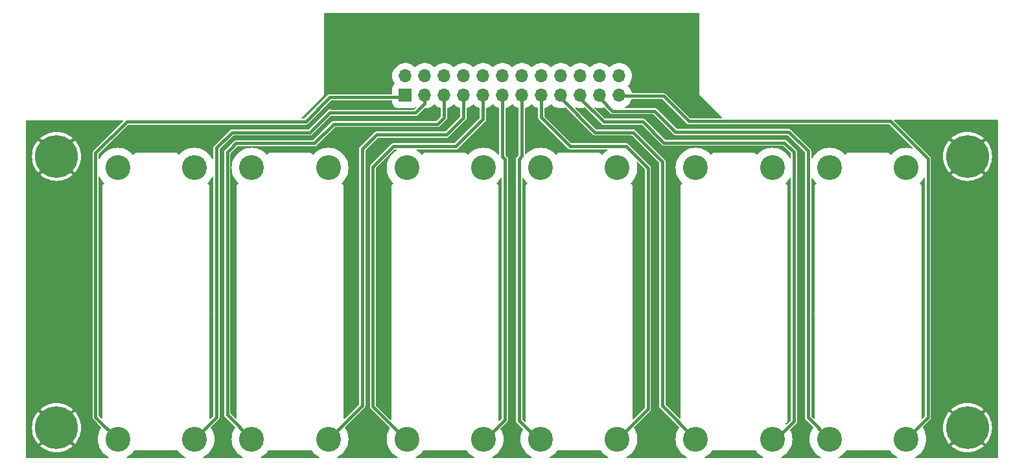
<source format=gbr>
%TF.GenerationSoftware,KiCad,Pcbnew,8.0.4*%
%TF.CreationDate,2024-09-10T22:05:28-04:00*%
%TF.ProjectId,UpperPOGO,55707065-7250-44f4-974f-2e6b69636164,v4*%
%TF.SameCoordinates,Original*%
%TF.FileFunction,Copper,L2,Bot*%
%TF.FilePolarity,Positive*%
%FSLAX46Y46*%
G04 Gerber Fmt 4.6, Leading zero omitted, Abs format (unit mm)*
G04 Created by KiCad (PCBNEW 8.0.4) date 2024-09-10 22:05:28*
%MOMM*%
%LPD*%
G01*
G04 APERTURE LIST*
%TA.AperFunction,ComponentPad*%
%ADD10C,3.250000*%
%TD*%
%TA.AperFunction,ComponentPad*%
%ADD11C,3.600000*%
%TD*%
%TA.AperFunction,ConnectorPad*%
%ADD12C,5.600000*%
%TD*%
%TA.AperFunction,ComponentPad*%
%ADD13R,1.700000X1.700000*%
%TD*%
%TA.AperFunction,ComponentPad*%
%ADD14O,1.700000X1.700000*%
%TD*%
%TA.AperFunction,Conductor*%
%ADD15C,0.400000*%
%TD*%
G04 APERTURE END LIST*
D10*
%TO.P,J20,1,Pin_1*%
%TO.N,Net-(J20-Pin_1)*%
X187500000Y-67500000D03*
%TD*%
%TO.P,J15,1,Pin_1*%
%TO.N,Net-(J15-Pin_1)*%
X122000000Y-67500000D03*
%TD*%
%TO.P,J16,1,Pin_1*%
%TO.N,Net-(J16-Pin_1)*%
X112000000Y-67500000D03*
%TD*%
%TO.P,J18,1,Pin_1*%
%TO.N,Net-(J18-Pin_1)*%
X94500000Y-67500000D03*
%TD*%
%TO.P,J24,1,Pin_1*%
%TO.N,Net-(J24-Pin_1)*%
X149750000Y-67500000D03*
%TD*%
%TO.P,J13,1,Pin_1*%
%TO.N,Net-(J13-Pin_1)*%
X142250000Y-67500000D03*
%TD*%
%TO.P,J5,1,Pin_1*%
%TO.N,Net-(J25-Pin_5)*%
X132250000Y-103000000D03*
%TD*%
%TO.P,J4,1,Pin_1*%
%TO.N,Net-(J25-Pin_4)*%
X122000000Y-103000000D03*
%TD*%
D11*
%TO.P,H1,1,1*%
%TO.N,Earth*%
X86500000Y-66000000D03*
D12*
X86500000Y-66000000D03*
%TD*%
D11*
%TO.P,H3,1,1*%
%TO.N,Earth*%
X86500000Y-101500000D03*
D12*
X86500000Y-101500000D03*
%TD*%
D10*
%TO.P,J10,1,Pin_1*%
%TO.N,Net-(J10-Pin_1)*%
X180000000Y-103000000D03*
%TD*%
D11*
%TO.P,H4,1,1*%
%TO.N,Earth*%
X205500000Y-101500000D03*
D12*
X205500000Y-101500000D03*
%TD*%
D10*
%TO.P,J11,1,Pin_1*%
%TO.N,Net-(J11-Pin_1)*%
X187500000Y-103000000D03*
%TD*%
%TO.P,J9,1,Pin_1*%
%TO.N,Net-(J25-Pin_9)*%
X170000000Y-103000000D03*
%TD*%
D11*
%TO.P,H2,1,1*%
%TO.N,Earth*%
X205500000Y-66000000D03*
D12*
X205500000Y-66000000D03*
%TD*%
D10*
%TO.P,J1,1,Pin_1*%
%TO.N,Net-(J1-Pin_1)*%
X94500000Y-103000000D03*
%TD*%
%TO.P,J14,1,Pin_1*%
%TO.N,Net-(J14-Pin_1)*%
X132250000Y-67500000D03*
%TD*%
%TO.P,J19,1,Pin_1*%
%TO.N,Net-(J19-Pin_1)*%
X197500000Y-67500000D03*
%TD*%
%TO.P,J21,1,Pin_1*%
%TO.N,Net-(J21-Pin_1)*%
X180000000Y-67500000D03*
%TD*%
%TO.P,J2,1,Pin_1*%
%TO.N,Net-(J2-Pin_1)*%
X104500000Y-103000000D03*
%TD*%
%TO.P,J12,1,Pin_1*%
%TO.N,Net-(J12-Pin_1)*%
X197500000Y-103000000D03*
%TD*%
%TO.P,J23,1,Pin_1*%
%TO.N,Net-(J23-Pin_1)*%
X159750000Y-67500000D03*
%TD*%
%TO.P,J8,1,Pin_1*%
%TO.N,Net-(J25-Pin_8)*%
X159750000Y-103000000D03*
%TD*%
%TO.P,J6,1,Pin_1*%
%TO.N,Net-(J25-Pin_6)*%
X142250000Y-103000000D03*
%TD*%
%TO.P,J7,1,Pin_1*%
%TO.N,Net-(J25-Pin_7)*%
X149750000Y-103000000D03*
%TD*%
%TO.P,J22,1,Pin_1*%
%TO.N,Net-(J22-Pin_1)*%
X170000000Y-67500000D03*
%TD*%
%TO.P,J3,1,Pin_1*%
%TO.N,Net-(J25-Pin_3)*%
X112000000Y-103000000D03*
%TD*%
%TO.P,J17,1,Pin_1*%
%TO.N,Net-(J17-Pin_1)*%
X104500000Y-67500000D03*
%TD*%
D13*
%TO.P,J25,1,Pin_1*%
%TO.N,Net-(J1-Pin_1)*%
X132050000Y-58000000D03*
D14*
%TO.P,J25,2,Pin_2*%
%TO.N,Net-(J2-Pin_1)*%
X134590000Y-58000000D03*
%TO.P,J25,3,Pin_3*%
%TO.N,Net-(J25-Pin_3)*%
X137130000Y-58000000D03*
%TO.P,J25,4,Pin_4*%
%TO.N,Net-(J25-Pin_4)*%
X139670000Y-58000000D03*
%TO.P,J25,5,Pin_5*%
%TO.N,Net-(J25-Pin_5)*%
X142210000Y-58000000D03*
%TO.P,J25,6,Pin_6*%
%TO.N,Net-(J25-Pin_6)*%
X144750000Y-58000000D03*
%TO.P,J25,7,Pin_7*%
%TO.N,Net-(J25-Pin_7)*%
X147290000Y-58000000D03*
%TO.P,J25,8,Pin_8*%
%TO.N,Net-(J25-Pin_8)*%
X149830000Y-58000000D03*
%TO.P,J25,9,Pin_9*%
%TO.N,Net-(J25-Pin_9)*%
X152370000Y-58000000D03*
%TO.P,J25,10,Pin_10*%
%TO.N,Net-(J10-Pin_1)*%
X154910000Y-58000000D03*
%TO.P,J25,11,Pin_11*%
%TO.N,Net-(J11-Pin_1)*%
X157450000Y-58000000D03*
%TO.P,J25,12,Pin_12*%
%TO.N,Net-(J12-Pin_1)*%
X159990000Y-58000000D03*
%TO.P,J25,13,Pin_13*%
%TO.N,Net-(J13-Pin_1)*%
X132050000Y-55460000D03*
%TO.P,J25,14,Pin_14*%
%TO.N,Net-(J14-Pin_1)*%
X134590000Y-55460000D03*
%TO.P,J25,15,Pin_15*%
%TO.N,Net-(J15-Pin_1)*%
X137130000Y-55460000D03*
%TO.P,J25,16,Pin_16*%
%TO.N,Net-(J16-Pin_1)*%
X139670000Y-55460000D03*
%TO.P,J25,17,Pin_17*%
%TO.N,Net-(J17-Pin_1)*%
X142210000Y-55460000D03*
%TO.P,J25,18,Pin_18*%
%TO.N,Net-(J18-Pin_1)*%
X144750000Y-55460000D03*
%TO.P,J25,19,Pin_19*%
%TO.N,Net-(J19-Pin_1)*%
X147290000Y-55460000D03*
%TO.P,J25,20,Pin_20*%
%TO.N,Net-(J20-Pin_1)*%
X149830000Y-55460000D03*
%TO.P,J25,21,Pin_21*%
%TO.N,Net-(J21-Pin_1)*%
X152370000Y-55460000D03*
%TO.P,J25,22,Pin_22*%
%TO.N,Net-(J22-Pin_1)*%
X154910000Y-55460000D03*
%TO.P,J25,23,Pin_23*%
%TO.N,Net-(J23-Pin_1)*%
X157450000Y-55460000D03*
%TO.P,J25,24,Pin_24*%
%TO.N,Net-(J24-Pin_1)*%
X159990000Y-55460000D03*
%TD*%
D15*
%TO.N,Net-(J1-Pin_1)*%
X127800000Y-58250000D02*
X122239950Y-58250000D01*
X95700000Y-61450000D02*
X91600000Y-65550000D01*
X91600000Y-65550000D02*
X91600000Y-100100000D01*
X132050000Y-58250000D02*
X127800000Y-58250000D01*
X91600000Y-100100000D02*
X94500000Y-103000000D01*
X119039950Y-61450000D02*
X95700000Y-61450000D01*
X129850000Y-58250000D02*
X127800000Y-58250000D01*
X132050000Y-58250000D02*
X129850000Y-58250000D01*
X122239950Y-58250000D02*
X119039950Y-61450000D01*
%TO.N,Net-(J2-Pin_1)*%
X122219849Y-60250000D02*
X119619849Y-62850000D01*
X122269849Y-60300000D02*
X122219849Y-60250000D01*
X133400000Y-60300000D02*
X122269849Y-60300000D01*
X134590000Y-59110000D02*
X133400000Y-60300000D01*
X119619849Y-62850000D02*
X109420101Y-62850000D01*
X107400000Y-100100000D02*
X104500000Y-103000000D01*
X134590000Y-58000000D02*
X134590000Y-59110000D01*
X107400000Y-64870101D02*
X107400000Y-100100000D01*
X109420101Y-62850000D02*
X107400000Y-64870101D01*
%TO.N,Net-(J25-Pin_3)*%
X108800000Y-99800000D02*
X112000000Y-103000000D01*
X137130000Y-58330000D02*
X137125000Y-58325000D01*
X108800000Y-65450000D02*
X108800000Y-99800000D01*
X137125000Y-60907081D02*
X136282081Y-61750000D01*
X109974999Y-64275000D02*
X109250000Y-65000000D01*
X122699748Y-61750000D02*
X120174748Y-64275000D01*
X109250000Y-65000000D02*
X108800000Y-65450000D01*
X136282081Y-61750000D02*
X122699748Y-61750000D01*
X137125000Y-58325000D02*
X137125000Y-60907081D01*
X120174748Y-64275000D02*
X109974999Y-64275000D01*
%TO.N,Net-(J25-Pin_4)*%
X126425000Y-65025000D02*
X126425000Y-68025000D01*
X137422081Y-63150000D02*
X128300000Y-63150000D01*
X139670000Y-58250000D02*
X139670000Y-60902081D01*
X139670000Y-60902081D02*
X137422081Y-63150000D01*
X128300000Y-63150000D02*
X126425000Y-65025000D01*
X126425000Y-98575000D02*
X122000000Y-103000000D01*
X126425000Y-68025000D02*
X126425000Y-98575000D01*
%TO.N,Net-(J25-Pin_5)*%
X130500000Y-64675000D02*
X127825000Y-67350000D01*
X142210000Y-61090000D02*
X138625000Y-64675000D01*
X132100000Y-103000000D02*
X132250000Y-103000000D01*
X127825000Y-98725000D02*
X132100000Y-103000000D01*
X142210000Y-58250000D02*
X142210000Y-61090000D01*
X127825000Y-67350000D02*
X127825000Y-98725000D01*
X138625000Y-64675000D02*
X130500000Y-64675000D01*
%TO.N,Net-(J25-Pin_6)*%
X144750000Y-58250000D02*
X144750000Y-66004846D01*
X145075000Y-66329846D02*
X145075000Y-100450000D01*
X142525000Y-103000000D02*
X142500000Y-103000000D01*
X144750000Y-66004846D02*
X145075000Y-66329846D01*
X145075000Y-100450000D02*
X142525000Y-103000000D01*
%TO.N,Net-(J25-Pin_7)*%
X147290000Y-58250000D02*
X147290000Y-65964846D01*
X147100000Y-58060000D02*
X147290000Y-58250000D01*
X149000000Y-102625000D02*
X149000000Y-103000000D01*
X146925000Y-100550000D02*
X149000000Y-102625000D01*
X147290000Y-65964846D02*
X146925000Y-66329846D01*
X146925000Y-66329846D02*
X146925000Y-100550000D01*
X147100000Y-57760000D02*
X147100000Y-58060000D01*
%TO.N,Net-(J25-Pin_8)*%
X149825000Y-60897081D02*
X153602919Y-64675000D01*
X163750000Y-67504846D02*
X163750000Y-99050000D01*
X149825000Y-58275000D02*
X149825000Y-60897081D01*
X163750000Y-99050000D02*
X159800000Y-103000000D01*
X153602919Y-64675000D02*
X160920154Y-64675000D01*
X160920154Y-64675000D02*
X163750000Y-67504846D01*
%TO.N,Net-(J25-Pin_9)*%
X165625000Y-98625000D02*
X170000000Y-103000000D01*
X152375000Y-58400000D02*
X152400000Y-58400000D01*
X152400000Y-58400000D02*
X156859138Y-62859138D01*
X161809138Y-62859138D02*
X165625000Y-66675000D01*
X156859138Y-62859138D02*
X161809138Y-62859138D01*
X165625000Y-66675000D02*
X165625000Y-98625000D01*
%TO.N,Net-(J10-Pin_1)*%
X157984138Y-61459138D02*
X163109138Y-61459138D01*
X163109138Y-61459138D02*
X165850000Y-64200000D01*
X182825000Y-65425000D02*
X182825000Y-100675000D01*
X165850000Y-64200000D02*
X181600000Y-64200000D01*
X181600000Y-64200000D02*
X182825000Y-65425000D01*
X182825000Y-100675000D02*
X180500000Y-103000000D01*
X154910000Y-58385000D02*
X157984138Y-61459138D01*
X154910000Y-58250000D02*
X154910000Y-58385000D01*
%TO.N,Net-(J11-Pin_1)*%
X159150000Y-60059138D02*
X157590862Y-58500000D01*
X164634138Y-60059138D02*
X159150000Y-60059138D01*
X187500000Y-103000000D02*
X184675000Y-100175000D01*
X167375000Y-62800000D02*
X164634138Y-60059138D01*
X184675000Y-65295101D02*
X182179899Y-62800000D01*
X157590862Y-58500000D02*
X157450000Y-58500000D01*
X184675000Y-100175000D02*
X184675000Y-65295101D01*
X182179899Y-62800000D02*
X167375000Y-62800000D01*
%TO.N,Net-(J12-Pin_1)*%
X195425000Y-61400000D02*
X200325000Y-66300000D01*
X169075000Y-61400000D02*
X195425000Y-61400000D01*
X200325000Y-100175000D02*
X197500000Y-103000000D01*
X200325000Y-66300000D02*
X200325000Y-100175000D01*
X160140000Y-58100000D02*
X165775000Y-58100000D01*
X159990000Y-58250000D02*
X160140000Y-58100000D01*
X165775000Y-58100000D02*
X169075000Y-61400000D01*
%TD*%
%TA.AperFunction,Conductor*%
%TO.N,Earth*%
G36*
X95206782Y-61272174D02*
G01*
X95228456Y-61324500D01*
X95206782Y-61376825D01*
X93113127Y-63470480D01*
X91279517Y-65304090D01*
X91226793Y-65395410D01*
X91226458Y-65396661D01*
X91226044Y-65398207D01*
X91199500Y-65497273D01*
X91199500Y-100047273D01*
X91199500Y-100152727D01*
X91199501Y-100152729D01*
X91226793Y-100254588D01*
X91226795Y-100254592D01*
X91279517Y-100345909D01*
X91279518Y-100345910D01*
X91279520Y-100345913D01*
X91809021Y-100875414D01*
X92334688Y-101401081D01*
X92356362Y-101453407D01*
X92340615Y-101499042D01*
X92335313Y-101505809D01*
X92335309Y-101505815D01*
X92170988Y-101777635D01*
X92170983Y-101777644D01*
X92040625Y-102067289D01*
X91946134Y-102370522D01*
X91888878Y-102682953D01*
X91869701Y-103000000D01*
X91888878Y-103317046D01*
X91946134Y-103629477D01*
X92040625Y-103932710D01*
X92040627Y-103932715D01*
X92040628Y-103932717D01*
X92170986Y-104222361D01*
X92335306Y-104494180D01*
X92531193Y-104744211D01*
X92755789Y-104968807D01*
X93005820Y-105164694D01*
X93277639Y-105329014D01*
X93342086Y-105358019D01*
X93380907Y-105399259D01*
X93379197Y-105455870D01*
X93337957Y-105494691D01*
X93311716Y-105499500D01*
X82574500Y-105499500D01*
X82522174Y-105477826D01*
X82500500Y-105425500D01*
X82500500Y-101500000D01*
X83294958Y-101500000D01*
X83315111Y-101858853D01*
X83315113Y-101858865D01*
X83375313Y-102213184D01*
X83474815Y-102558560D01*
X83612352Y-102890607D01*
X83612363Y-102890628D01*
X83786206Y-103205173D01*
X83786210Y-103205180D01*
X83994199Y-103498313D01*
X84100213Y-103616942D01*
X85235502Y-102481652D01*
X85279588Y-102542330D01*
X85457670Y-102720412D01*
X85518346Y-102764495D01*
X84383055Y-103899786D01*
X84501681Y-104005796D01*
X84794819Y-104213789D01*
X84794826Y-104213793D01*
X85109371Y-104387636D01*
X85109392Y-104387647D01*
X85441439Y-104525184D01*
X85786816Y-104624686D01*
X85786814Y-104624686D01*
X86141134Y-104684886D01*
X86141146Y-104684888D01*
X86500000Y-104705041D01*
X86858853Y-104684888D01*
X86858865Y-104684886D01*
X87213184Y-104624686D01*
X87558560Y-104525184D01*
X87890607Y-104387647D01*
X87890628Y-104387636D01*
X88205173Y-104213793D01*
X88205180Y-104213789D01*
X88498318Y-104005796D01*
X88616942Y-103899786D01*
X88616943Y-103899786D01*
X87481653Y-102764496D01*
X87542330Y-102720412D01*
X87720412Y-102542330D01*
X87764496Y-102481653D01*
X88899786Y-103616943D01*
X88899786Y-103616942D01*
X89005796Y-103498318D01*
X89213789Y-103205180D01*
X89213793Y-103205173D01*
X89387636Y-102890628D01*
X89387647Y-102890607D01*
X89525184Y-102558560D01*
X89624686Y-102213184D01*
X89684886Y-101858865D01*
X89684888Y-101858853D01*
X89705041Y-101500000D01*
X89684888Y-101141146D01*
X89684886Y-101141134D01*
X89624686Y-100786815D01*
X89525184Y-100441439D01*
X89387647Y-100109392D01*
X89387636Y-100109371D01*
X89213793Y-99794826D01*
X89213789Y-99794819D01*
X89005796Y-99501681D01*
X88899786Y-99383056D01*
X88899786Y-99383055D01*
X87764495Y-100518345D01*
X87720412Y-100457670D01*
X87542330Y-100279588D01*
X87481652Y-100235502D01*
X88616942Y-99100213D01*
X88498313Y-98994199D01*
X88205180Y-98786210D01*
X88205173Y-98786206D01*
X87890628Y-98612363D01*
X87890607Y-98612352D01*
X87558560Y-98474815D01*
X87213183Y-98375313D01*
X87213185Y-98375313D01*
X86858865Y-98315113D01*
X86858853Y-98315111D01*
X86500000Y-98294958D01*
X86141146Y-98315111D01*
X86141134Y-98315113D01*
X85786815Y-98375313D01*
X85441439Y-98474815D01*
X85109392Y-98612352D01*
X85109371Y-98612363D01*
X84794826Y-98786206D01*
X84794819Y-98786210D01*
X84501686Y-98994199D01*
X84383055Y-99100212D01*
X85518346Y-100235503D01*
X85457670Y-100279588D01*
X85279588Y-100457670D01*
X85235503Y-100518346D01*
X84100212Y-99383055D01*
X83994199Y-99501686D01*
X83786210Y-99794819D01*
X83786206Y-99794826D01*
X83612363Y-100109371D01*
X83612352Y-100109392D01*
X83474815Y-100441439D01*
X83375313Y-100786815D01*
X83315113Y-101141134D01*
X83315111Y-101141146D01*
X83294958Y-101500000D01*
X82500500Y-101500000D01*
X82500500Y-66000000D01*
X83294958Y-66000000D01*
X83315111Y-66358853D01*
X83315113Y-66358865D01*
X83375313Y-66713184D01*
X83474815Y-67058560D01*
X83612352Y-67390607D01*
X83612363Y-67390628D01*
X83786206Y-67705173D01*
X83786210Y-67705180D01*
X83994199Y-67998313D01*
X84100213Y-68116942D01*
X85235502Y-66981652D01*
X85279588Y-67042330D01*
X85457670Y-67220412D01*
X85518346Y-67264495D01*
X84383055Y-68399786D01*
X84501681Y-68505796D01*
X84794819Y-68713789D01*
X84794826Y-68713793D01*
X85109371Y-68887636D01*
X85109392Y-68887647D01*
X85441439Y-69025184D01*
X85786816Y-69124686D01*
X85786814Y-69124686D01*
X86141134Y-69184886D01*
X86141146Y-69184888D01*
X86500000Y-69205041D01*
X86858853Y-69184888D01*
X86858865Y-69184886D01*
X87213184Y-69124686D01*
X87558560Y-69025184D01*
X87890607Y-68887647D01*
X87890628Y-68887636D01*
X88205173Y-68713793D01*
X88205180Y-68713789D01*
X88498318Y-68505796D01*
X88616942Y-68399786D01*
X88616943Y-68399786D01*
X87481653Y-67264496D01*
X87542330Y-67220412D01*
X87720412Y-67042330D01*
X87764496Y-66981653D01*
X88899786Y-68116943D01*
X88899786Y-68116942D01*
X89005796Y-67998318D01*
X89213789Y-67705180D01*
X89213793Y-67705173D01*
X89387636Y-67390628D01*
X89387647Y-67390607D01*
X89525184Y-67058560D01*
X89624686Y-66713184D01*
X89684886Y-66358865D01*
X89684888Y-66358853D01*
X89705041Y-66000000D01*
X89684888Y-65641146D01*
X89684886Y-65641134D01*
X89624686Y-65286815D01*
X89525184Y-64941439D01*
X89387647Y-64609392D01*
X89387636Y-64609371D01*
X89213793Y-64294826D01*
X89213789Y-64294819D01*
X89005796Y-64001681D01*
X88899786Y-63883056D01*
X88899786Y-63883055D01*
X87764495Y-65018345D01*
X87720412Y-64957670D01*
X87542330Y-64779588D01*
X87481652Y-64735502D01*
X88616942Y-63600213D01*
X88498313Y-63494199D01*
X88205180Y-63286210D01*
X88205173Y-63286206D01*
X87890628Y-63112363D01*
X87890607Y-63112352D01*
X87558560Y-62974815D01*
X87213183Y-62875313D01*
X87213185Y-62875313D01*
X86858865Y-62815113D01*
X86858853Y-62815111D01*
X86500000Y-62794958D01*
X86141146Y-62815111D01*
X86141134Y-62815113D01*
X85786815Y-62875313D01*
X85441439Y-62974815D01*
X85109392Y-63112352D01*
X85109371Y-63112363D01*
X84794826Y-63286206D01*
X84794819Y-63286210D01*
X84501686Y-63494199D01*
X84383055Y-63600212D01*
X85518346Y-64735503D01*
X85457670Y-64779588D01*
X85279588Y-64957670D01*
X85235503Y-65018346D01*
X84100212Y-63883055D01*
X83994199Y-64001686D01*
X83786210Y-64294819D01*
X83786206Y-64294826D01*
X83612363Y-64609371D01*
X83612352Y-64609392D01*
X83474815Y-64941439D01*
X83375313Y-65286815D01*
X83315113Y-65641134D01*
X83315111Y-65641146D01*
X83294958Y-66000000D01*
X82500500Y-66000000D01*
X82500500Y-61324500D01*
X82522174Y-61272174D01*
X82574500Y-61250500D01*
X95154456Y-61250500D01*
X95206782Y-61272174D01*
G37*
%TD.AperFunction*%
%TA.AperFunction,Conductor*%
G36*
X209453143Y-61222174D02*
G01*
X209474816Y-61274458D01*
X209479854Y-70402238D01*
X209499182Y-105425459D01*
X209477537Y-105477797D01*
X209425223Y-105499500D01*
X198688284Y-105499500D01*
X198635958Y-105477826D01*
X198614284Y-105425500D01*
X198635958Y-105373174D01*
X198657914Y-105358019D01*
X198722361Y-105329014D01*
X198994180Y-105164694D01*
X199244211Y-104968807D01*
X199468807Y-104744211D01*
X199664694Y-104494180D01*
X199829014Y-104222361D01*
X199959372Y-103932717D01*
X200053867Y-103629472D01*
X200111121Y-103317048D01*
X200130299Y-103000000D01*
X200111121Y-102682952D01*
X200053867Y-102370528D01*
X199959372Y-102067283D01*
X199829014Y-101777639D01*
X199664694Y-101505820D01*
X199660134Y-101500000D01*
X202294958Y-101500000D01*
X202315111Y-101858853D01*
X202315113Y-101858865D01*
X202375313Y-102213184D01*
X202474815Y-102558560D01*
X202612352Y-102890607D01*
X202612363Y-102890628D01*
X202786206Y-103205173D01*
X202786210Y-103205180D01*
X202994199Y-103498313D01*
X203100213Y-103616942D01*
X204235502Y-102481652D01*
X204279588Y-102542330D01*
X204457670Y-102720412D01*
X204518346Y-102764495D01*
X203383055Y-103899786D01*
X203501681Y-104005796D01*
X203794819Y-104213789D01*
X203794826Y-104213793D01*
X204109371Y-104387636D01*
X204109392Y-104387647D01*
X204441439Y-104525184D01*
X204786816Y-104624686D01*
X204786814Y-104624686D01*
X205141134Y-104684886D01*
X205141146Y-104684888D01*
X205500000Y-104705041D01*
X205858853Y-104684888D01*
X205858865Y-104684886D01*
X206213184Y-104624686D01*
X206558560Y-104525184D01*
X206890607Y-104387647D01*
X206890628Y-104387636D01*
X207205173Y-104213793D01*
X207205180Y-104213789D01*
X207498318Y-104005796D01*
X207616942Y-103899786D01*
X207616943Y-103899786D01*
X206481653Y-102764496D01*
X206542330Y-102720412D01*
X206720412Y-102542330D01*
X206764496Y-102481653D01*
X207899786Y-103616943D01*
X207899786Y-103616942D01*
X208005796Y-103498318D01*
X208213789Y-103205180D01*
X208213793Y-103205173D01*
X208387636Y-102890628D01*
X208387647Y-102890607D01*
X208525184Y-102558560D01*
X208624686Y-102213184D01*
X208684886Y-101858865D01*
X208684888Y-101858853D01*
X208705041Y-101500000D01*
X208684888Y-101141146D01*
X208684886Y-101141134D01*
X208624686Y-100786815D01*
X208525184Y-100441439D01*
X208387647Y-100109392D01*
X208387636Y-100109371D01*
X208213793Y-99794826D01*
X208213789Y-99794819D01*
X208005796Y-99501681D01*
X207899786Y-99383056D01*
X207899786Y-99383055D01*
X206764495Y-100518345D01*
X206720412Y-100457670D01*
X206542330Y-100279588D01*
X206481652Y-100235502D01*
X207616942Y-99100213D01*
X207498313Y-98994199D01*
X207205180Y-98786210D01*
X207205173Y-98786206D01*
X206890628Y-98612363D01*
X206890607Y-98612352D01*
X206558560Y-98474815D01*
X206213183Y-98375313D01*
X206213185Y-98375313D01*
X205858865Y-98315113D01*
X205858853Y-98315111D01*
X205500000Y-98294958D01*
X205141146Y-98315111D01*
X205141134Y-98315113D01*
X204786815Y-98375313D01*
X204441439Y-98474815D01*
X204109392Y-98612352D01*
X204109371Y-98612363D01*
X203794826Y-98786206D01*
X203794819Y-98786210D01*
X203501686Y-98994199D01*
X203383055Y-99100212D01*
X204518346Y-100235503D01*
X204457670Y-100279588D01*
X204279588Y-100457670D01*
X204235503Y-100518346D01*
X203100212Y-99383055D01*
X202994199Y-99501686D01*
X202786210Y-99794819D01*
X202786206Y-99794826D01*
X202612363Y-100109371D01*
X202612352Y-100109392D01*
X202474815Y-100441439D01*
X202375313Y-100786815D01*
X202315113Y-101141134D01*
X202315111Y-101141146D01*
X202294958Y-101500000D01*
X199660134Y-101500000D01*
X199659385Y-101499044D01*
X199644175Y-101444490D01*
X199665309Y-101401083D01*
X200645480Y-100420913D01*
X200645730Y-100420480D01*
X200698207Y-100329587D01*
X200725499Y-100227729D01*
X200725500Y-100227729D01*
X200725500Y-66247271D01*
X200725499Y-66247270D01*
X200724660Y-66244140D01*
X200698207Y-66145413D01*
X200645480Y-66054087D01*
X200591393Y-66000000D01*
X202294958Y-66000000D01*
X202315111Y-66358853D01*
X202315113Y-66358865D01*
X202375313Y-66713184D01*
X202474815Y-67058560D01*
X202612352Y-67390607D01*
X202612363Y-67390628D01*
X202786206Y-67705173D01*
X202786210Y-67705180D01*
X202994199Y-67998313D01*
X203100213Y-68116942D01*
X204235502Y-66981652D01*
X204279588Y-67042330D01*
X204457670Y-67220412D01*
X204518346Y-67264495D01*
X203383055Y-68399786D01*
X203501681Y-68505796D01*
X203794819Y-68713789D01*
X203794826Y-68713793D01*
X204109371Y-68887636D01*
X204109392Y-68887647D01*
X204441439Y-69025184D01*
X204786816Y-69124686D01*
X204786814Y-69124686D01*
X205141134Y-69184886D01*
X205141146Y-69184888D01*
X205500000Y-69205041D01*
X205858853Y-69184888D01*
X205858865Y-69184886D01*
X206213184Y-69124686D01*
X206558560Y-69025184D01*
X206890607Y-68887647D01*
X206890628Y-68887636D01*
X207205173Y-68713793D01*
X207205180Y-68713789D01*
X207498318Y-68505796D01*
X207616942Y-68399786D01*
X207616943Y-68399786D01*
X206481653Y-67264496D01*
X206542330Y-67220412D01*
X206720412Y-67042330D01*
X206764496Y-66981653D01*
X207899786Y-68116943D01*
X207899786Y-68116942D01*
X208005796Y-67998318D01*
X208213789Y-67705180D01*
X208213793Y-67705173D01*
X208387636Y-67390628D01*
X208387647Y-67390607D01*
X208525184Y-67058560D01*
X208624686Y-66713184D01*
X208684886Y-66358865D01*
X208684888Y-66358853D01*
X208705041Y-66000000D01*
X208684888Y-65641146D01*
X208684886Y-65641134D01*
X208624686Y-65286815D01*
X208525184Y-64941439D01*
X208387647Y-64609392D01*
X208387636Y-64609371D01*
X208213793Y-64294826D01*
X208213789Y-64294819D01*
X208005796Y-64001681D01*
X207899786Y-63883056D01*
X207899786Y-63883055D01*
X206764495Y-65018345D01*
X206720412Y-64957670D01*
X206542330Y-64779588D01*
X206481652Y-64735502D01*
X207616942Y-63600213D01*
X207498313Y-63494199D01*
X207205180Y-63286210D01*
X207205173Y-63286206D01*
X206890628Y-63112363D01*
X206890607Y-63112352D01*
X206558560Y-62974815D01*
X206213183Y-62875313D01*
X206213185Y-62875313D01*
X205858865Y-62815113D01*
X205858853Y-62815111D01*
X205500000Y-62794958D01*
X205141146Y-62815111D01*
X205141134Y-62815113D01*
X204786815Y-62875313D01*
X204441439Y-62974815D01*
X204109392Y-63112352D01*
X204109371Y-63112363D01*
X203794826Y-63286206D01*
X203794819Y-63286210D01*
X203501686Y-63494199D01*
X203383055Y-63600212D01*
X204518346Y-64735503D01*
X204457670Y-64779588D01*
X204279588Y-64957670D01*
X204235503Y-65018346D01*
X203100212Y-63883055D01*
X202994199Y-64001686D01*
X202786210Y-64294819D01*
X202786206Y-64294826D01*
X202612363Y-64609371D01*
X202612352Y-64609392D01*
X202474815Y-64941439D01*
X202375313Y-65286815D01*
X202315113Y-65641134D01*
X202315111Y-65641146D01*
X202294958Y-66000000D01*
X200591393Y-66000000D01*
X200570913Y-65979520D01*
X195918219Y-61326826D01*
X195896545Y-61274500D01*
X195918219Y-61222174D01*
X195970545Y-61200500D01*
X209400817Y-61200500D01*
X209453143Y-61222174D01*
G37*
%TD.AperFunction*%
%TD*%
%TA.AperFunction,NonConductor*%
G36*
X170452826Y-47222174D02*
G01*
X170474500Y-47274500D01*
X170474500Y-57765894D01*
X170508606Y-57893181D01*
X170508610Y-57893190D01*
X170574500Y-58007314D01*
X173440360Y-60873174D01*
X173462034Y-60925500D01*
X173440360Y-60977826D01*
X173388034Y-60999500D01*
X169271544Y-60999500D01*
X169219218Y-60977826D01*
X167649808Y-59408416D01*
X166020913Y-57779520D01*
X166020910Y-57779518D01*
X166020909Y-57779517D01*
X165929592Y-57726795D01*
X165929588Y-57726793D01*
X165827727Y-57699500D01*
X165827726Y-57699500D01*
X161714400Y-57699500D01*
X161662074Y-57677826D01*
X161642255Y-57641966D01*
X161640461Y-57634108D01*
X161609925Y-57500319D01*
X161517358Y-57264463D01*
X161390673Y-57045037D01*
X161232699Y-56846944D01*
X161165125Y-56784245D01*
X161141511Y-56732767D01*
X161161213Y-56679667D01*
X161165126Y-56675754D01*
X161232699Y-56613056D01*
X161390673Y-56414963D01*
X161517358Y-56195537D01*
X161609925Y-55959681D01*
X161666306Y-55712662D01*
X161685240Y-55460000D01*
X161666306Y-55207338D01*
X161609925Y-54960319D01*
X161517358Y-54724463D01*
X161390673Y-54505037D01*
X161232699Y-54306944D01*
X161230900Y-54305275D01*
X161191104Y-54268350D01*
X161046965Y-54134608D01*
X160837620Y-53991879D01*
X160718547Y-53934537D01*
X160609346Y-53881948D01*
X160609342Y-53881946D01*
X160609341Y-53881946D01*
X160609336Y-53881944D01*
X160609332Y-53881943D01*
X160367226Y-53807262D01*
X160367227Y-53807262D01*
X160116691Y-53769500D01*
X160116685Y-53769500D01*
X159863315Y-53769500D01*
X159863308Y-53769500D01*
X159612773Y-53807262D01*
X159370667Y-53881943D01*
X159370653Y-53881948D01*
X159142382Y-53991878D01*
X159142380Y-53991879D01*
X158933035Y-54134608D01*
X158933034Y-54134609D01*
X158770333Y-54285573D01*
X158717233Y-54305275D01*
X158669667Y-54285573D01*
X158621303Y-54240698D01*
X158506965Y-54134608D01*
X158297620Y-53991879D01*
X158178547Y-53934537D01*
X158069346Y-53881948D01*
X158069342Y-53881946D01*
X158069341Y-53881946D01*
X158069336Y-53881944D01*
X158069332Y-53881943D01*
X157827226Y-53807262D01*
X157827227Y-53807262D01*
X157576691Y-53769500D01*
X157576685Y-53769500D01*
X157323315Y-53769500D01*
X157323308Y-53769500D01*
X157072773Y-53807262D01*
X156830667Y-53881943D01*
X156830653Y-53881948D01*
X156602382Y-53991878D01*
X156602380Y-53991879D01*
X156393035Y-54134608D01*
X156393034Y-54134609D01*
X156230333Y-54285573D01*
X156177233Y-54305275D01*
X156129667Y-54285573D01*
X156081303Y-54240698D01*
X155966965Y-54134608D01*
X155757620Y-53991879D01*
X155638547Y-53934537D01*
X155529346Y-53881948D01*
X155529342Y-53881946D01*
X155529341Y-53881946D01*
X155529336Y-53881944D01*
X155529332Y-53881943D01*
X155287226Y-53807262D01*
X155287227Y-53807262D01*
X155036691Y-53769500D01*
X155036685Y-53769500D01*
X154783315Y-53769500D01*
X154783308Y-53769500D01*
X154532773Y-53807262D01*
X154290667Y-53881943D01*
X154290653Y-53881948D01*
X154062382Y-53991878D01*
X154062380Y-53991879D01*
X153853035Y-54134608D01*
X153853034Y-54134609D01*
X153690333Y-54285573D01*
X153637233Y-54305275D01*
X153589667Y-54285573D01*
X153541303Y-54240698D01*
X153426965Y-54134608D01*
X153217620Y-53991879D01*
X153098547Y-53934537D01*
X152989346Y-53881948D01*
X152989342Y-53881946D01*
X152989341Y-53881946D01*
X152989336Y-53881944D01*
X152989332Y-53881943D01*
X152747226Y-53807262D01*
X152747227Y-53807262D01*
X152496691Y-53769500D01*
X152496685Y-53769500D01*
X152243315Y-53769500D01*
X152243308Y-53769500D01*
X151992773Y-53807262D01*
X151750667Y-53881943D01*
X151750653Y-53881948D01*
X151522382Y-53991878D01*
X151522380Y-53991879D01*
X151313035Y-54134608D01*
X151313034Y-54134609D01*
X151150333Y-54285573D01*
X151097233Y-54305275D01*
X151049667Y-54285573D01*
X151001303Y-54240698D01*
X150886965Y-54134608D01*
X150677620Y-53991879D01*
X150558547Y-53934537D01*
X150449346Y-53881948D01*
X150449342Y-53881946D01*
X150449341Y-53881946D01*
X150449336Y-53881944D01*
X150449332Y-53881943D01*
X150207226Y-53807262D01*
X150207227Y-53807262D01*
X149956691Y-53769500D01*
X149956685Y-53769500D01*
X149703315Y-53769500D01*
X149703308Y-53769500D01*
X149452773Y-53807262D01*
X149210667Y-53881943D01*
X149210653Y-53881948D01*
X148982382Y-53991878D01*
X148982380Y-53991879D01*
X148773035Y-54134608D01*
X148773034Y-54134609D01*
X148610333Y-54285573D01*
X148557233Y-54305275D01*
X148509667Y-54285573D01*
X148461303Y-54240698D01*
X148346965Y-54134608D01*
X148137620Y-53991879D01*
X148018547Y-53934537D01*
X147909346Y-53881948D01*
X147909342Y-53881946D01*
X147909341Y-53881946D01*
X147909336Y-53881944D01*
X147909332Y-53881943D01*
X147667226Y-53807262D01*
X147667227Y-53807262D01*
X147416691Y-53769500D01*
X147416685Y-53769500D01*
X147163315Y-53769500D01*
X147163308Y-53769500D01*
X146912773Y-53807262D01*
X146670667Y-53881943D01*
X146670653Y-53881948D01*
X146442382Y-53991878D01*
X146442380Y-53991879D01*
X146233035Y-54134608D01*
X146233034Y-54134609D01*
X146070333Y-54285573D01*
X146017233Y-54305275D01*
X145969667Y-54285573D01*
X145921303Y-54240698D01*
X145806965Y-54134608D01*
X145597620Y-53991879D01*
X145478547Y-53934537D01*
X145369346Y-53881948D01*
X145369342Y-53881946D01*
X145369341Y-53881946D01*
X145369336Y-53881944D01*
X145369332Y-53881943D01*
X145127226Y-53807262D01*
X145127227Y-53807262D01*
X144876691Y-53769500D01*
X144876685Y-53769500D01*
X144623315Y-53769500D01*
X144623308Y-53769500D01*
X144372773Y-53807262D01*
X144130667Y-53881943D01*
X144130653Y-53881948D01*
X143902382Y-53991878D01*
X143902380Y-53991879D01*
X143693035Y-54134608D01*
X143693034Y-54134609D01*
X143530333Y-54285573D01*
X143477233Y-54305275D01*
X143429667Y-54285573D01*
X143381303Y-54240698D01*
X143266965Y-54134608D01*
X143057620Y-53991879D01*
X142938547Y-53934537D01*
X142829346Y-53881948D01*
X142829342Y-53881946D01*
X142829341Y-53881946D01*
X142829336Y-53881944D01*
X142829332Y-53881943D01*
X142587226Y-53807262D01*
X142587227Y-53807262D01*
X142336691Y-53769500D01*
X142336685Y-53769500D01*
X142083315Y-53769500D01*
X142083308Y-53769500D01*
X141832773Y-53807262D01*
X141590667Y-53881943D01*
X141590653Y-53881948D01*
X141362382Y-53991878D01*
X141362380Y-53991879D01*
X141153035Y-54134608D01*
X141153034Y-54134609D01*
X140990333Y-54285573D01*
X140937233Y-54305275D01*
X140889667Y-54285573D01*
X140841303Y-54240698D01*
X140726965Y-54134608D01*
X140517620Y-53991879D01*
X140398547Y-53934537D01*
X140289346Y-53881948D01*
X140289342Y-53881946D01*
X140289341Y-53881946D01*
X140289336Y-53881944D01*
X140289332Y-53881943D01*
X140047226Y-53807262D01*
X140047227Y-53807262D01*
X139796691Y-53769500D01*
X139796685Y-53769500D01*
X139543315Y-53769500D01*
X139543308Y-53769500D01*
X139292773Y-53807262D01*
X139050667Y-53881943D01*
X139050653Y-53881948D01*
X138822382Y-53991878D01*
X138822380Y-53991879D01*
X138613035Y-54134608D01*
X138613034Y-54134609D01*
X138450333Y-54285573D01*
X138397233Y-54305275D01*
X138349667Y-54285573D01*
X138301303Y-54240698D01*
X138186965Y-54134608D01*
X137977620Y-53991879D01*
X137858547Y-53934537D01*
X137749346Y-53881948D01*
X137749342Y-53881946D01*
X137749341Y-53881946D01*
X137749336Y-53881944D01*
X137749332Y-53881943D01*
X137507226Y-53807262D01*
X137507227Y-53807262D01*
X137256691Y-53769500D01*
X137256685Y-53769500D01*
X137003315Y-53769500D01*
X137003308Y-53769500D01*
X136752773Y-53807262D01*
X136510667Y-53881943D01*
X136510653Y-53881948D01*
X136282382Y-53991878D01*
X136282380Y-53991879D01*
X136073035Y-54134608D01*
X136073034Y-54134609D01*
X135910333Y-54285573D01*
X135857233Y-54305275D01*
X135809667Y-54285573D01*
X135761303Y-54240698D01*
X135646965Y-54134608D01*
X135437620Y-53991879D01*
X135318547Y-53934537D01*
X135209346Y-53881948D01*
X135209342Y-53881946D01*
X135209341Y-53881946D01*
X135209336Y-53881944D01*
X135209332Y-53881943D01*
X134967226Y-53807262D01*
X134967227Y-53807262D01*
X134716691Y-53769500D01*
X134716685Y-53769500D01*
X134463315Y-53769500D01*
X134463308Y-53769500D01*
X134212773Y-53807262D01*
X133970667Y-53881943D01*
X133970653Y-53881948D01*
X133742382Y-53991878D01*
X133742380Y-53991879D01*
X133533035Y-54134608D01*
X133533034Y-54134609D01*
X133370333Y-54285573D01*
X133317233Y-54305275D01*
X133269667Y-54285573D01*
X133221303Y-54240698D01*
X133106965Y-54134608D01*
X132897620Y-53991879D01*
X132778547Y-53934537D01*
X132669346Y-53881948D01*
X132669342Y-53881946D01*
X132669341Y-53881946D01*
X132669336Y-53881944D01*
X132669332Y-53881943D01*
X132427226Y-53807262D01*
X132427227Y-53807262D01*
X132176691Y-53769500D01*
X132176685Y-53769500D01*
X131923315Y-53769500D01*
X131923308Y-53769500D01*
X131672773Y-53807262D01*
X131430667Y-53881943D01*
X131430653Y-53881948D01*
X131202382Y-53991878D01*
X131202380Y-53991879D01*
X130993035Y-54134608D01*
X130993034Y-54134609D01*
X130807304Y-54306940D01*
X130649324Y-54505040D01*
X130649323Y-54505042D01*
X130522641Y-54724464D01*
X130430076Y-54960315D01*
X130430075Y-54960318D01*
X130430075Y-54960319D01*
X130373694Y-55207338D01*
X130354760Y-55460000D01*
X130373694Y-55712662D01*
X130430075Y-55959681D01*
X130522642Y-56195537D01*
X130649327Y-56414963D01*
X130649329Y-56414966D01*
X130649330Y-56414967D01*
X130649332Y-56414971D01*
X130651620Y-56417839D01*
X130667304Y-56472261D01*
X130640132Y-56521658D01*
X130602172Y-56552171D01*
X130487634Y-56694663D01*
X130406405Y-56858447D01*
X130362283Y-57035867D01*
X130359500Y-57076912D01*
X130359500Y-57775500D01*
X130337826Y-57827826D01*
X130285500Y-57849500D01*
X122187221Y-57849500D01*
X122085367Y-57876791D01*
X122085358Y-57876795D01*
X122002732Y-57924500D01*
X121994036Y-57929520D01*
X118895731Y-61027826D01*
X118843405Y-61049500D01*
X118582584Y-61049500D01*
X118530258Y-61027826D01*
X118508584Y-60975500D01*
X118529611Y-60923829D01*
X119549892Y-59877826D01*
X121330899Y-58051918D01*
X121331305Y-58051507D01*
X121375500Y-58007314D01*
X121375503Y-58007307D01*
X121376844Y-58005561D01*
X121376937Y-58005453D01*
X121377053Y-58005299D01*
X121377672Y-58004481D01*
X121377887Y-58004200D01*
X121377979Y-58004061D01*
X121379286Y-58002312D01*
X121379293Y-58002306D01*
X121409824Y-57947870D01*
X121410187Y-57947234D01*
X121423313Y-57924500D01*
X121441392Y-57893186D01*
X121441393Y-57893180D01*
X121442235Y-57891150D01*
X121442299Y-57891018D01*
X121442398Y-57890771D01*
X121442747Y-57889914D01*
X121442894Y-57889557D01*
X121442947Y-57889399D01*
X121443757Y-57887372D01*
X121443757Y-57887370D01*
X121443760Y-57887366D01*
X121459185Y-57826787D01*
X121459318Y-57826280D01*
X121475500Y-57765892D01*
X121475500Y-57765884D01*
X121475788Y-57763701D01*
X121475817Y-57763550D01*
X121475852Y-57763260D01*
X121475972Y-57762305D01*
X121476009Y-57762019D01*
X121476019Y-57761862D01*
X121476281Y-57759656D01*
X121475506Y-57697386D01*
X121475500Y-57696464D01*
X121475500Y-47274500D01*
X121497174Y-47222174D01*
X121549500Y-47200500D01*
X170400500Y-47200500D01*
X170452826Y-47222174D01*
G37*
%TD.AperFunction*%
%TA.AperFunction,NonConductor*%
G36*
X148610331Y-59174425D02*
G01*
X148773035Y-59325392D01*
X148982380Y-59468121D01*
X149210659Y-59578054D01*
X149372312Y-59627917D01*
X149415924Y-59664051D01*
X149424500Y-59698629D01*
X149424500Y-60844354D01*
X149424500Y-60949808D01*
X149446717Y-61032726D01*
X149451793Y-61051669D01*
X149451795Y-61051673D01*
X149504517Y-61142990D01*
X149504518Y-61142991D01*
X149504520Y-61142994D01*
X153357006Y-64995480D01*
X153357008Y-64995481D01*
X153357009Y-64995482D01*
X153421200Y-65032542D01*
X153448331Y-65048207D01*
X153550192Y-65075500D01*
X158420141Y-65075500D01*
X158472467Y-65097174D01*
X158494141Y-65149500D01*
X158472467Y-65201826D01*
X158458424Y-65212828D01*
X158255819Y-65335306D01*
X158005788Y-65531193D01*
X157789626Y-65747355D01*
X157737300Y-65769029D01*
X157684974Y-65747355D01*
X157673214Y-65732028D01*
X157651384Y-65694218D01*
X157650500Y-65692686D01*
X157557314Y-65599500D01*
X157504864Y-65569218D01*
X157443190Y-65533610D01*
X157443181Y-65533606D01*
X157315894Y-65499500D01*
X157315892Y-65499500D01*
X152315892Y-65499500D01*
X152184108Y-65499500D01*
X152184106Y-65499500D01*
X152056818Y-65533606D01*
X152056809Y-65533610D01*
X151942685Y-65599500D01*
X151849500Y-65692685D01*
X151826785Y-65732029D01*
X151781851Y-65766508D01*
X151725699Y-65759115D01*
X151710373Y-65747355D01*
X151494211Y-65531193D01*
X151244180Y-65335306D01*
X151136834Y-65270413D01*
X150972361Y-65170986D01*
X150972357Y-65170984D01*
X150972355Y-65170983D01*
X150764977Y-65077650D01*
X150682717Y-65040628D01*
X150682715Y-65040627D01*
X150682710Y-65040625D01*
X150379477Y-64946134D01*
X150379466Y-64946132D01*
X150343009Y-64939450D01*
X150067046Y-64888878D01*
X149750000Y-64869701D01*
X149432953Y-64888878D01*
X149120522Y-64946134D01*
X148817289Y-65040625D01*
X148527644Y-65170983D01*
X148527635Y-65170988D01*
X148255819Y-65335306D01*
X148005788Y-65531193D01*
X147816826Y-65720156D01*
X147764500Y-65741830D01*
X147712174Y-65720156D01*
X147690500Y-65667830D01*
X147690500Y-59700171D01*
X147712174Y-59647845D01*
X147742687Y-59629459D01*
X147909341Y-59578054D01*
X148137620Y-59468121D01*
X148346965Y-59325392D01*
X148509668Y-59174425D01*
X148562767Y-59154724D01*
X148610331Y-59174425D01*
G37*
%TD.AperFunction*%
%TA.AperFunction,NonConductor*%
G36*
X143530331Y-59174425D02*
G01*
X143693035Y-59325392D01*
X143902380Y-59468121D01*
X144130659Y-59578054D01*
X144297312Y-59629459D01*
X144340924Y-59665593D01*
X144349500Y-59700171D01*
X144349500Y-65708188D01*
X144327826Y-65760514D01*
X144275500Y-65782188D01*
X144223174Y-65760514D01*
X144220116Y-65757266D01*
X144218808Y-65755790D01*
X143994211Y-65531193D01*
X143744180Y-65335306D01*
X143636834Y-65270413D01*
X143472361Y-65170986D01*
X143472357Y-65170984D01*
X143472355Y-65170983D01*
X143264977Y-65077650D01*
X143182717Y-65040628D01*
X143182715Y-65040627D01*
X143182710Y-65040625D01*
X142879477Y-64946134D01*
X142879466Y-64946132D01*
X142843009Y-64939450D01*
X142567046Y-64888878D01*
X142250000Y-64869701D01*
X141932953Y-64888878D01*
X141620522Y-64946134D01*
X141317289Y-65040625D01*
X141027644Y-65170983D01*
X141027635Y-65170988D01*
X140755819Y-65335306D01*
X140505788Y-65531193D01*
X140289626Y-65747355D01*
X140237300Y-65769029D01*
X140184974Y-65747355D01*
X140173214Y-65732028D01*
X140151384Y-65694218D01*
X140150500Y-65692686D01*
X140057314Y-65599500D01*
X140004864Y-65569218D01*
X139943190Y-65533610D01*
X139943181Y-65533606D01*
X139815894Y-65499500D01*
X139815892Y-65499500D01*
X134815892Y-65499500D01*
X134684108Y-65499500D01*
X134684106Y-65499500D01*
X134556818Y-65533606D01*
X134556809Y-65533610D01*
X134442685Y-65599500D01*
X134349500Y-65692685D01*
X134326785Y-65732029D01*
X134281851Y-65766508D01*
X134225699Y-65759115D01*
X134210373Y-65747355D01*
X133994211Y-65531193D01*
X133744180Y-65335306D01*
X133663966Y-65286815D01*
X133541575Y-65212827D01*
X133508009Y-65167209D01*
X133516531Y-65111217D01*
X133562150Y-65077650D01*
X133579859Y-65075500D01*
X138677726Y-65075500D01*
X138677727Y-65075500D01*
X138779588Y-65048207D01*
X138870913Y-64995480D01*
X142455910Y-61410481D01*
X142455913Y-61410480D01*
X142530480Y-61335913D01*
X142583207Y-61244587D01*
X142591610Y-61213226D01*
X142610501Y-61142727D01*
X142610501Y-61037273D01*
X142610501Y-61032744D01*
X142610500Y-61032726D01*
X142610500Y-59700171D01*
X142632174Y-59647845D01*
X142662687Y-59629459D01*
X142829341Y-59578054D01*
X143057620Y-59468121D01*
X143266965Y-59325392D01*
X143429668Y-59174425D01*
X143482767Y-59154724D01*
X143530331Y-59174425D01*
G37*
%TD.AperFunction*%
%TA.AperFunction,NonConductor*%
G36*
X165630781Y-58522174D02*
G01*
X168751931Y-61643323D01*
X168751936Y-61643329D01*
X168754520Y-61645913D01*
X168829087Y-61720480D01*
X168874748Y-61746842D01*
X168874750Y-61746844D01*
X168874750Y-61746843D01*
X168904474Y-61764005D01*
X168920408Y-61773205D01*
X168920410Y-61773205D01*
X168920412Y-61773207D01*
X168920413Y-61773207D01*
X168920415Y-61773208D01*
X168971342Y-61786854D01*
X169022270Y-61800500D01*
X169022271Y-61800501D01*
X169022273Y-61800501D01*
X169132257Y-61800501D01*
X169132273Y-61800500D01*
X195228455Y-61800500D01*
X195280781Y-61822174D01*
X198317050Y-64858443D01*
X198338724Y-64910769D01*
X198317050Y-64963095D01*
X198264724Y-64984769D01*
X198242709Y-64981418D01*
X198129477Y-64946134D01*
X198129466Y-64946132D01*
X198093009Y-64939450D01*
X197817046Y-64888878D01*
X197500000Y-64869701D01*
X197182953Y-64888878D01*
X196870522Y-64946134D01*
X196567289Y-65040625D01*
X196277644Y-65170983D01*
X196277635Y-65170988D01*
X196005819Y-65335306D01*
X195755788Y-65531193D01*
X195539626Y-65747355D01*
X195487300Y-65769029D01*
X195434974Y-65747355D01*
X195423214Y-65732028D01*
X195401384Y-65694218D01*
X195400500Y-65692686D01*
X195307314Y-65599500D01*
X195254864Y-65569218D01*
X195193190Y-65533610D01*
X195193181Y-65533606D01*
X195065894Y-65499500D01*
X195065892Y-65499500D01*
X190065892Y-65499500D01*
X189934108Y-65499500D01*
X189934106Y-65499500D01*
X189806818Y-65533606D01*
X189806809Y-65533610D01*
X189692685Y-65599500D01*
X189599500Y-65692685D01*
X189576785Y-65732029D01*
X189531851Y-65766508D01*
X189475699Y-65759115D01*
X189460373Y-65747355D01*
X189244211Y-65531193D01*
X188994180Y-65335306D01*
X188886834Y-65270413D01*
X188722361Y-65170986D01*
X188722357Y-65170984D01*
X188722355Y-65170983D01*
X188514977Y-65077650D01*
X188432717Y-65040628D01*
X188432715Y-65040627D01*
X188432710Y-65040625D01*
X188129477Y-64946134D01*
X188129466Y-64946132D01*
X188093009Y-64939450D01*
X187817046Y-64888878D01*
X187500000Y-64869701D01*
X187182953Y-64888878D01*
X186870522Y-64946134D01*
X186567289Y-65040625D01*
X186277644Y-65170983D01*
X186277635Y-65170988D01*
X186005819Y-65335306D01*
X185755788Y-65531193D01*
X185531193Y-65755788D01*
X185335306Y-66005819D01*
X185212828Y-66208423D01*
X185167209Y-66241990D01*
X185111217Y-66233468D01*
X185077650Y-66187849D01*
X185075500Y-66170140D01*
X185075500Y-65353799D01*
X185075501Y-65353786D01*
X185075501Y-65242372D01*
X185075500Y-65242371D01*
X185048208Y-65140517D01*
X185048206Y-65140512D01*
X185011957Y-65077727D01*
X184995479Y-65049187D01*
X184918334Y-64972042D01*
X184918323Y-64972032D01*
X183724117Y-63777826D01*
X182425812Y-62479520D01*
X182425809Y-62479518D01*
X182425808Y-62479517D01*
X182334491Y-62426795D01*
X182334487Y-62426793D01*
X182232626Y-62399500D01*
X182232625Y-62399500D01*
X167571545Y-62399500D01*
X167519219Y-62377826D01*
X166200031Y-61058638D01*
X164880051Y-59738658D01*
X164880048Y-59738656D01*
X164880047Y-59738655D01*
X164788730Y-59685933D01*
X164788726Y-59685931D01*
X164686865Y-59658638D01*
X164686864Y-59658638D01*
X160766222Y-59658638D01*
X160713896Y-59636964D01*
X160692222Y-59584638D01*
X160713896Y-59532312D01*
X160734115Y-59517966D01*
X160837620Y-59468121D01*
X161046965Y-59325392D01*
X161232699Y-59153056D01*
X161390673Y-58954963D01*
X161517358Y-58735537D01*
X161591171Y-58547464D01*
X161630464Y-58506674D01*
X161660056Y-58500500D01*
X165578455Y-58500500D01*
X165630781Y-58522174D01*
G37*
%TD.AperFunction*%
%TA.AperFunction,NonConductor*%
G36*
X130337827Y-58672174D02*
G01*
X130359501Y-58724500D01*
X130359501Y-58923082D01*
X130362284Y-58964137D01*
X130406405Y-59141552D01*
X130487634Y-59305336D01*
X130602172Y-59447828D01*
X130744664Y-59562366D01*
X130908448Y-59643595D01*
X131085863Y-59687716D01*
X131126917Y-59690500D01*
X132973082Y-59690499D01*
X133014137Y-59687716D01*
X133191552Y-59643595D01*
X133355336Y-59562366D01*
X133392108Y-59532808D01*
X133446470Y-59516918D01*
X133496146Y-59544122D01*
X133512036Y-59598484D01*
X133490796Y-59642810D01*
X133255781Y-59877826D01*
X133203455Y-59899500D01*
X122433595Y-59899500D01*
X122396595Y-59889586D01*
X122374440Y-59876795D01*
X122374437Y-59876793D01*
X122272576Y-59849500D01*
X122167122Y-59849500D01*
X122116191Y-59863146D01*
X122065260Y-59876793D01*
X122065256Y-59876795D01*
X121973939Y-59929517D01*
X119475630Y-62427826D01*
X119423304Y-62449500D01*
X109472828Y-62449500D01*
X109367374Y-62449500D01*
X109333270Y-62458638D01*
X109265512Y-62476793D01*
X109265508Y-62476795D01*
X109174191Y-62529517D01*
X107079517Y-64624191D01*
X107026795Y-64715508D01*
X107026791Y-64715517D01*
X107016456Y-64754087D01*
X107016457Y-64754088D01*
X107009625Y-64779588D01*
X106999500Y-64817375D01*
X106999500Y-66311715D01*
X106977826Y-66364041D01*
X106925500Y-66385715D01*
X106873174Y-66364041D01*
X106858019Y-66342086D01*
X106829016Y-66277644D01*
X106829014Y-66277639D01*
X106664694Y-66005820D01*
X106468807Y-65755789D01*
X106244211Y-65531193D01*
X105994180Y-65335306D01*
X105722361Y-65170986D01*
X105722357Y-65170984D01*
X105722355Y-65170983D01*
X105514977Y-65077650D01*
X105432717Y-65040628D01*
X105432715Y-65040627D01*
X105432710Y-65040625D01*
X105129477Y-64946134D01*
X105129466Y-64946132D01*
X105093009Y-64939450D01*
X104817046Y-64888878D01*
X104500000Y-64869701D01*
X104182953Y-64888878D01*
X103870522Y-64946134D01*
X103567289Y-65040625D01*
X103277644Y-65170983D01*
X103277635Y-65170988D01*
X103005819Y-65335306D01*
X102755788Y-65531193D01*
X102539626Y-65747355D01*
X102487300Y-65769029D01*
X102434974Y-65747355D01*
X102423214Y-65732028D01*
X102401384Y-65694218D01*
X102400500Y-65692686D01*
X102307314Y-65599500D01*
X102254864Y-65569218D01*
X102193190Y-65533610D01*
X102193181Y-65533606D01*
X102065894Y-65499500D01*
X102065892Y-65499500D01*
X97065892Y-65499500D01*
X96934108Y-65499500D01*
X96934106Y-65499500D01*
X96806818Y-65533606D01*
X96806809Y-65533610D01*
X96692685Y-65599500D01*
X96599500Y-65692685D01*
X96576785Y-65732029D01*
X96531851Y-65766508D01*
X96475699Y-65759115D01*
X96460373Y-65747355D01*
X96244211Y-65531193D01*
X95994180Y-65335306D01*
X95886834Y-65270413D01*
X95722361Y-65170986D01*
X95722357Y-65170984D01*
X95722355Y-65170983D01*
X95514977Y-65077650D01*
X95432717Y-65040628D01*
X95432715Y-65040627D01*
X95432710Y-65040625D01*
X95129477Y-64946134D01*
X95129466Y-64946132D01*
X95093009Y-64939450D01*
X94817046Y-64888878D01*
X94500000Y-64869701D01*
X94182953Y-64888878D01*
X93870522Y-64946134D01*
X93567289Y-65040625D01*
X93277644Y-65170983D01*
X93277635Y-65170988D01*
X93005819Y-65335306D01*
X92755788Y-65531193D01*
X92531193Y-65755788D01*
X92335306Y-66005819D01*
X92170988Y-66277635D01*
X92170986Y-66277638D01*
X92141981Y-66342086D01*
X92100741Y-66380906D01*
X92044129Y-66379196D01*
X92005309Y-66337956D01*
X92000500Y-66311715D01*
X92000500Y-65746544D01*
X92022174Y-65694218D01*
X95844218Y-61872174D01*
X95896544Y-61850500D01*
X119092676Y-61850500D01*
X119092677Y-61850500D01*
X119194538Y-61823207D01*
X119285863Y-61770480D01*
X122384169Y-58672174D01*
X122436495Y-58650500D01*
X127747273Y-58650500D01*
X129797273Y-58650500D01*
X130285501Y-58650500D01*
X130337827Y-58672174D01*
G37*
%TD.AperFunction*%
%TA.AperFunction,NonConductor*%
G36*
X199888783Y-68766531D02*
G01*
X199922350Y-68812150D01*
X199924500Y-68829859D01*
X199924500Y-99978455D01*
X199902826Y-100030781D01*
X199626826Y-100306781D01*
X199574500Y-100328455D01*
X199522174Y-100306781D01*
X199500500Y-100254455D01*
X199500500Y-69934106D01*
X199500499Y-69934105D01*
X199473951Y-69835027D01*
X199466392Y-69806814D01*
X199400500Y-69692686D01*
X199307314Y-69599500D01*
X199267969Y-69576784D01*
X199233492Y-69531852D01*
X199240884Y-69475699D01*
X199252640Y-69460377D01*
X199468807Y-69244211D01*
X199664694Y-68994180D01*
X199787172Y-68791575D01*
X199832791Y-68758009D01*
X199888783Y-68766531D01*
G37*
%TD.AperFunction*%
%TA.AperFunction,NonConductor*%
G36*
X185201826Y-68777533D02*
G01*
X185212828Y-68791576D01*
X185335306Y-68994180D01*
X185531193Y-69244211D01*
X185747355Y-69460373D01*
X185769029Y-69512699D01*
X185747355Y-69565025D01*
X185732029Y-69576785D01*
X185692685Y-69599500D01*
X185599500Y-69692685D01*
X185533610Y-69806809D01*
X185533606Y-69806818D01*
X185499500Y-69934105D01*
X185499500Y-84066910D01*
X185500000Y-84074540D01*
X185500000Y-86418924D01*
X185499811Y-86424203D01*
X185494390Y-86499993D01*
X185494390Y-86500005D01*
X185499811Y-86575794D01*
X185500000Y-86581074D01*
X185500000Y-88925460D01*
X185499500Y-88933097D01*
X185499500Y-100254455D01*
X185477826Y-100306781D01*
X185425500Y-100328455D01*
X185373174Y-100306781D01*
X185097174Y-100030781D01*
X185075500Y-99978455D01*
X185075500Y-68829859D01*
X185097174Y-68777533D01*
X185149500Y-68755859D01*
X185201826Y-68777533D01*
G37*
%TD.AperFunction*%
%TA.AperFunction,NonConductor*%
G36*
X155548715Y-59594758D02*
G01*
X155566464Y-59607857D01*
X157661069Y-61702461D01*
X157661074Y-61702467D01*
X157663658Y-61705051D01*
X157738225Y-61779618D01*
X157829551Y-61832345D01*
X157829552Y-61832345D01*
X157829554Y-61832346D01*
X157880481Y-61845992D01*
X157931408Y-61859638D01*
X157931409Y-61859639D01*
X157931411Y-61859639D01*
X158041395Y-61859639D01*
X158041411Y-61859638D01*
X162912593Y-61859638D01*
X162964919Y-61881312D01*
X165604087Y-64520480D01*
X165695412Y-64573207D01*
X165797273Y-64600500D01*
X181403455Y-64600500D01*
X181455781Y-64622174D01*
X182402826Y-65569218D01*
X182424500Y-65621544D01*
X182424500Y-66170140D01*
X182402826Y-66222466D01*
X182350500Y-66244140D01*
X182298174Y-66222466D01*
X182287172Y-66208423D01*
X182193872Y-66054086D01*
X182164694Y-66005820D01*
X181968807Y-65755789D01*
X181744211Y-65531193D01*
X181494180Y-65335306D01*
X181222361Y-65170986D01*
X181222357Y-65170984D01*
X181222355Y-65170983D01*
X181014977Y-65077650D01*
X180932717Y-65040628D01*
X180932715Y-65040627D01*
X180932710Y-65040625D01*
X180629477Y-64946134D01*
X180629466Y-64946132D01*
X180593009Y-64939450D01*
X180317046Y-64888878D01*
X180000000Y-64869701D01*
X179682953Y-64888878D01*
X179370522Y-64946134D01*
X179067289Y-65040625D01*
X178777644Y-65170983D01*
X178777635Y-65170988D01*
X178505819Y-65335306D01*
X178255788Y-65531193D01*
X178039626Y-65747355D01*
X177987300Y-65769029D01*
X177934974Y-65747355D01*
X177923214Y-65732028D01*
X177901384Y-65694218D01*
X177900500Y-65692686D01*
X177807314Y-65599500D01*
X177754864Y-65569218D01*
X177693190Y-65533610D01*
X177693181Y-65533606D01*
X177565894Y-65499500D01*
X177565892Y-65499500D01*
X172565892Y-65499500D01*
X172434108Y-65499500D01*
X172434106Y-65499500D01*
X172306818Y-65533606D01*
X172306809Y-65533610D01*
X172192685Y-65599500D01*
X172099500Y-65692685D01*
X172076785Y-65732029D01*
X172031851Y-65766508D01*
X171975699Y-65759115D01*
X171960373Y-65747355D01*
X171744211Y-65531193D01*
X171494180Y-65335306D01*
X171386834Y-65270413D01*
X171222361Y-65170986D01*
X171222357Y-65170984D01*
X171222355Y-65170983D01*
X171014977Y-65077650D01*
X170932717Y-65040628D01*
X170932715Y-65040627D01*
X170932710Y-65040625D01*
X170629477Y-64946134D01*
X170629466Y-64946132D01*
X170593009Y-64939450D01*
X170317046Y-64888878D01*
X170000000Y-64869701D01*
X169682953Y-64888878D01*
X169370522Y-64946134D01*
X169067289Y-65040625D01*
X168777644Y-65170983D01*
X168777635Y-65170988D01*
X168505819Y-65335306D01*
X168255788Y-65531193D01*
X168031193Y-65755788D01*
X167835306Y-66005819D01*
X167670988Y-66277635D01*
X167670983Y-66277644D01*
X167540625Y-66567289D01*
X167446134Y-66870522D01*
X167388878Y-67182953D01*
X167369701Y-67500000D01*
X167388878Y-67817046D01*
X167446134Y-68129477D01*
X167540625Y-68432710D01*
X167670983Y-68722355D01*
X167670988Y-68722364D01*
X167835306Y-68994180D01*
X168031193Y-69244211D01*
X168247355Y-69460373D01*
X168269029Y-69512699D01*
X168247355Y-69565025D01*
X168232029Y-69576785D01*
X168192685Y-69599500D01*
X168099500Y-69692685D01*
X168033610Y-69806809D01*
X168033606Y-69806818D01*
X167999500Y-69934105D01*
X167999500Y-100254455D01*
X167977826Y-100306781D01*
X167925500Y-100328455D01*
X167873174Y-100306781D01*
X166047174Y-98480781D01*
X166025500Y-98428455D01*
X166025500Y-66622274D01*
X166013037Y-66575759D01*
X166013037Y-66575758D01*
X165998208Y-66520415D01*
X165998205Y-66520408D01*
X165960202Y-66454587D01*
X165945480Y-66429087D01*
X165870913Y-66354520D01*
X165868334Y-66351941D01*
X165868323Y-66351931D01*
X164033613Y-64517221D01*
X162055051Y-62538658D01*
X162055048Y-62538656D01*
X162055047Y-62538655D01*
X161963730Y-62485933D01*
X161963726Y-62485931D01*
X161929629Y-62476795D01*
X161861865Y-62458638D01*
X161861864Y-62458638D01*
X157055683Y-62458638D01*
X157003357Y-62436964D01*
X154290218Y-59723825D01*
X154268544Y-59671499D01*
X154290218Y-59619173D01*
X154342544Y-59597499D01*
X154364356Y-59600787D01*
X154532773Y-59652737D01*
X154532772Y-59652737D01*
X154764844Y-59687716D01*
X154783315Y-59690500D01*
X154783317Y-59690500D01*
X155036683Y-59690500D01*
X155036685Y-59690500D01*
X155287226Y-59652737D01*
X155492327Y-59589471D01*
X155548715Y-59594758D01*
G37*
%TD.AperFunction*%
%TA.AperFunction,NonConductor*%
G36*
X138450331Y-59174425D02*
G01*
X138613035Y-59325392D01*
X138822380Y-59468121D01*
X139050659Y-59578054D01*
X139217312Y-59629459D01*
X139260924Y-59665593D01*
X139269500Y-59700171D01*
X139269500Y-60705536D01*
X139247826Y-60757862D01*
X137277862Y-62727826D01*
X137225536Y-62749500D01*
X128247273Y-62749500D01*
X128145413Y-62776793D01*
X128145412Y-62776793D01*
X128145410Y-62776794D01*
X128109941Y-62797273D01*
X128054086Y-62829520D01*
X126104517Y-64779090D01*
X126051795Y-64870407D01*
X126051791Y-64870416D01*
X126031503Y-64946131D01*
X126031504Y-64946132D01*
X126024500Y-64972272D01*
X126024500Y-98378455D01*
X126002826Y-98430781D01*
X124126826Y-100306781D01*
X124074500Y-100328455D01*
X124022174Y-100306781D01*
X124000500Y-100254455D01*
X124000500Y-69934106D01*
X124000499Y-69934105D01*
X123973951Y-69835027D01*
X123966392Y-69806814D01*
X123900500Y-69692686D01*
X123807314Y-69599500D01*
X123767969Y-69576784D01*
X123733492Y-69531852D01*
X123740884Y-69475699D01*
X123752640Y-69460377D01*
X123968807Y-69244211D01*
X124164694Y-68994180D01*
X124329014Y-68722361D01*
X124459372Y-68432717D01*
X124553867Y-68129472D01*
X124611121Y-67817048D01*
X124630299Y-67500000D01*
X124611121Y-67182952D01*
X124553867Y-66870528D01*
X124459372Y-66567283D01*
X124329014Y-66277639D01*
X124164694Y-66005820D01*
X123968807Y-65755789D01*
X123744211Y-65531193D01*
X123494180Y-65335306D01*
X123222361Y-65170986D01*
X123222357Y-65170984D01*
X123222355Y-65170983D01*
X123014977Y-65077650D01*
X122932717Y-65040628D01*
X122932715Y-65040627D01*
X122932710Y-65040625D01*
X122629477Y-64946134D01*
X122629466Y-64946132D01*
X122593009Y-64939450D01*
X122317046Y-64888878D01*
X122000000Y-64869701D01*
X121682953Y-64888878D01*
X121370522Y-64946134D01*
X121067289Y-65040625D01*
X120777644Y-65170983D01*
X120777635Y-65170988D01*
X120505819Y-65335306D01*
X120255788Y-65531193D01*
X120039626Y-65747355D01*
X119987300Y-65769029D01*
X119934974Y-65747355D01*
X119923214Y-65732028D01*
X119901384Y-65694218D01*
X119900500Y-65692686D01*
X119807314Y-65599500D01*
X119754864Y-65569218D01*
X119693190Y-65533610D01*
X119693181Y-65533606D01*
X119565894Y-65499500D01*
X119565892Y-65499500D01*
X114565892Y-65499500D01*
X114434108Y-65499500D01*
X114434106Y-65499500D01*
X114306818Y-65533606D01*
X114306809Y-65533610D01*
X114192685Y-65599500D01*
X114099500Y-65692685D01*
X114076785Y-65732029D01*
X114031851Y-65766508D01*
X113975699Y-65759115D01*
X113960373Y-65747355D01*
X113744211Y-65531193D01*
X113494180Y-65335306D01*
X113386834Y-65270413D01*
X113222361Y-65170986D01*
X113222357Y-65170984D01*
X113222355Y-65170983D01*
X113014977Y-65077650D01*
X112932717Y-65040628D01*
X112932715Y-65040627D01*
X112932710Y-65040625D01*
X112629477Y-64946134D01*
X112629466Y-64946132D01*
X112593009Y-64939450D01*
X112317046Y-64888878D01*
X112000000Y-64869701D01*
X111682953Y-64888878D01*
X111370522Y-64946134D01*
X111067289Y-65040625D01*
X110777644Y-65170983D01*
X110777635Y-65170988D01*
X110505819Y-65335306D01*
X110255788Y-65531193D01*
X110031193Y-65755788D01*
X109835306Y-66005819D01*
X109670988Y-66277635D01*
X109670983Y-66277644D01*
X109540625Y-66567289D01*
X109446134Y-66870522D01*
X109388878Y-67182953D01*
X109369701Y-67500000D01*
X109388878Y-67817046D01*
X109446134Y-68129477D01*
X109540625Y-68432710D01*
X109670983Y-68722355D01*
X109670988Y-68722364D01*
X109835306Y-68994180D01*
X110031193Y-69244211D01*
X110247355Y-69460373D01*
X110269029Y-69512699D01*
X110247355Y-69565025D01*
X110232029Y-69576785D01*
X110192685Y-69599500D01*
X110099500Y-69692685D01*
X110033610Y-69806809D01*
X110033606Y-69806818D01*
X109999500Y-69934105D01*
X109999500Y-84066910D01*
X110000000Y-84074540D01*
X110000000Y-86418924D01*
X109999811Y-86424203D01*
X109994390Y-86499993D01*
X109994390Y-86500005D01*
X109999811Y-86575794D01*
X110000000Y-86581074D01*
X110000000Y-88925460D01*
X109999500Y-88933097D01*
X109999500Y-100254455D01*
X109977826Y-100306781D01*
X109925500Y-100328455D01*
X109873174Y-100306781D01*
X109222174Y-99655781D01*
X109200500Y-99603455D01*
X109200500Y-65646545D01*
X109222174Y-65594219D01*
X109377074Y-65439319D01*
X109570480Y-65245913D01*
X109570480Y-65245912D01*
X110119218Y-64697174D01*
X110171544Y-64675500D01*
X120227474Y-64675500D01*
X120227475Y-64675500D01*
X120329336Y-64648207D01*
X120420661Y-64595480D01*
X122843967Y-62172174D01*
X122896293Y-62150500D01*
X136334807Y-62150500D01*
X136334808Y-62150500D01*
X136436669Y-62123207D01*
X136527994Y-62070480D01*
X137445480Y-61152994D01*
X137475787Y-61100500D01*
X137498207Y-61061668D01*
X137525500Y-60959808D01*
X137525500Y-59701714D01*
X137547174Y-59649388D01*
X137577688Y-59631002D01*
X137749341Y-59578054D01*
X137977620Y-59468121D01*
X138186965Y-59325392D01*
X138349668Y-59174425D01*
X138402767Y-59154724D01*
X138450331Y-59174425D01*
G37*
%TD.AperFunction*%
%TA.AperFunction,NonConductor*%
G36*
X106955870Y-68620803D02*
G01*
X106994691Y-68662043D01*
X106999500Y-68688284D01*
X106999500Y-99903455D01*
X106977826Y-99955781D01*
X106626826Y-100306781D01*
X106574500Y-100328455D01*
X106522174Y-100306781D01*
X106500500Y-100254455D01*
X106500500Y-88933097D01*
X106500000Y-88925460D01*
X106500000Y-86581074D01*
X106500189Y-86575794D01*
X106505610Y-86500005D01*
X106505610Y-86499993D01*
X106500189Y-86424203D01*
X106500000Y-86418924D01*
X106500000Y-84074540D01*
X106500500Y-84066910D01*
X106500500Y-69934106D01*
X106500499Y-69934105D01*
X106473951Y-69835027D01*
X106466392Y-69806814D01*
X106400500Y-69692686D01*
X106307314Y-69599500D01*
X106267969Y-69576784D01*
X106233492Y-69531852D01*
X106240884Y-69475699D01*
X106252640Y-69460377D01*
X106468807Y-69244211D01*
X106664694Y-68994180D01*
X106829014Y-68722361D01*
X106858019Y-68657913D01*
X106899259Y-68619093D01*
X106955870Y-68620803D01*
G37*
%TD.AperFunction*%
%TA.AperFunction,NonConductor*%
G36*
X92126826Y-68635958D02*
G01*
X92141981Y-68657914D01*
X92170983Y-68722355D01*
X92170988Y-68722364D01*
X92335306Y-68994180D01*
X92531193Y-69244211D01*
X92747355Y-69460373D01*
X92769029Y-69512699D01*
X92747355Y-69565025D01*
X92732029Y-69576785D01*
X92692685Y-69599500D01*
X92599500Y-69692685D01*
X92533610Y-69806809D01*
X92533606Y-69806818D01*
X92499500Y-69934105D01*
X92499500Y-100254455D01*
X92477826Y-100306781D01*
X92425500Y-100328455D01*
X92373174Y-100306781D01*
X92022174Y-99955781D01*
X92000500Y-99903455D01*
X92000500Y-68688284D01*
X92022174Y-68635958D01*
X92074500Y-68614284D01*
X92126826Y-68635958D01*
G37*
%TD.AperFunction*%
%TA.AperFunction,NonConductor*%
G36*
X162387129Y-66713107D02*
G01*
X162405066Y-66726305D01*
X163327826Y-67649064D01*
X163349500Y-67701390D01*
X163349500Y-98853455D01*
X163327826Y-98905781D01*
X161876826Y-100356781D01*
X161824500Y-100378455D01*
X161772174Y-100356781D01*
X161750500Y-100304455D01*
X161750500Y-69934106D01*
X161750499Y-69934105D01*
X161723951Y-69835027D01*
X161716392Y-69806814D01*
X161650500Y-69692686D01*
X161557314Y-69599500D01*
X161517969Y-69576784D01*
X161483492Y-69531852D01*
X161490884Y-69475699D01*
X161502640Y-69460377D01*
X161718807Y-69244211D01*
X161914694Y-68994180D01*
X162079014Y-68722361D01*
X162209372Y-68432717D01*
X162303867Y-68129472D01*
X162361121Y-67817048D01*
X162380299Y-67500000D01*
X162361121Y-67182952D01*
X162303867Y-66870528D01*
X162282091Y-66800646D01*
X162287216Y-66744242D01*
X162330724Y-66707982D01*
X162387129Y-66713107D01*
G37*
%TD.AperFunction*%
%TA.AperFunction,NonConductor*%
G36*
X130972467Y-65097174D02*
G01*
X130994141Y-65149500D01*
X130972467Y-65201826D01*
X130958424Y-65212828D01*
X130755819Y-65335306D01*
X130505788Y-65531193D01*
X130281193Y-65755788D01*
X130085306Y-66005819D01*
X129920988Y-66277635D01*
X129920983Y-66277644D01*
X129790625Y-66567289D01*
X129696134Y-66870522D01*
X129638878Y-67182953D01*
X129619701Y-67500000D01*
X129638878Y-67817046D01*
X129696134Y-68129477D01*
X129790625Y-68432710D01*
X129920983Y-68722355D01*
X129920988Y-68722364D01*
X130085306Y-68994180D01*
X130281193Y-69244211D01*
X130497355Y-69460373D01*
X130519029Y-69512699D01*
X130497355Y-69565025D01*
X130482029Y-69576785D01*
X130442685Y-69599500D01*
X130349500Y-69692685D01*
X130283610Y-69806809D01*
X130283606Y-69806818D01*
X130249500Y-69934105D01*
X130249500Y-100404455D01*
X130227826Y-100456781D01*
X130175500Y-100478455D01*
X130123174Y-100456781D01*
X128247174Y-98580781D01*
X128225500Y-98528455D01*
X128225500Y-67546545D01*
X128247174Y-67494219D01*
X130644219Y-65097174D01*
X130696545Y-65075500D01*
X130920141Y-65075500D01*
X130972467Y-65097174D01*
G37*
%TD.AperFunction*%
%TA.AperFunction,NonConductor*%
G36*
X144638783Y-68766531D02*
G01*
X144672350Y-68812150D01*
X144674500Y-68829859D01*
X144674500Y-100253455D01*
X144652826Y-100305781D01*
X144376826Y-100581781D01*
X144324500Y-100603455D01*
X144272174Y-100581781D01*
X144250500Y-100529455D01*
X144250500Y-88933097D01*
X144250000Y-88925460D01*
X144250000Y-86581074D01*
X144250189Y-86575794D01*
X144255610Y-86500005D01*
X144255610Y-86499993D01*
X144250189Y-86424203D01*
X144250000Y-86418924D01*
X144250000Y-84074540D01*
X144250500Y-84066910D01*
X144250500Y-69934106D01*
X144250499Y-69934105D01*
X144223951Y-69835027D01*
X144216392Y-69806814D01*
X144150500Y-69692686D01*
X144057314Y-69599500D01*
X144017969Y-69576784D01*
X143983492Y-69531852D01*
X143990884Y-69475699D01*
X144002640Y-69460377D01*
X144218807Y-69244211D01*
X144414694Y-68994180D01*
X144537172Y-68791575D01*
X144582791Y-68758009D01*
X144638783Y-68766531D01*
G37*
%TD.AperFunction*%
%TA.AperFunction,NonConductor*%
G36*
X147451826Y-68777533D02*
G01*
X147462828Y-68791576D01*
X147585306Y-68994180D01*
X147781193Y-69244211D01*
X147997355Y-69460373D01*
X148019029Y-69512699D01*
X147997355Y-69565025D01*
X147982029Y-69576785D01*
X147942685Y-69599500D01*
X147849500Y-69692685D01*
X147783610Y-69806809D01*
X147783606Y-69806818D01*
X147749500Y-69934105D01*
X147749500Y-84066910D01*
X147750000Y-84074540D01*
X147750000Y-86418924D01*
X147749811Y-86424203D01*
X147744390Y-86499993D01*
X147744390Y-86500005D01*
X147749811Y-86575794D01*
X147750000Y-86581074D01*
X147750000Y-88925460D01*
X147749500Y-88933097D01*
X147749500Y-88934108D01*
X147749500Y-100434108D01*
X147749500Y-100565892D01*
X147763389Y-100617726D01*
X147766678Y-100630002D01*
X147759285Y-100686154D01*
X147714351Y-100720633D01*
X147658199Y-100713240D01*
X147642873Y-100701480D01*
X147347174Y-100405781D01*
X147325500Y-100353455D01*
X147325500Y-68829859D01*
X147347174Y-68777533D01*
X147399500Y-68755859D01*
X147451826Y-68777533D01*
G37*
%TD.AperFunction*%
%TA.AperFunction,NonConductor*%
G36*
X182388783Y-68766531D02*
G01*
X182422350Y-68812150D01*
X182424500Y-68829859D01*
X182424500Y-100478454D01*
X182402826Y-100530780D01*
X181875638Y-101057968D01*
X181823312Y-101079642D01*
X181770986Y-101057968D01*
X181752644Y-101039626D01*
X181730970Y-100987300D01*
X181752644Y-100934974D01*
X181767961Y-100923220D01*
X181807314Y-100900500D01*
X181900500Y-100807314D01*
X181966392Y-100693186D01*
X182000499Y-100565894D01*
X182000500Y-100565894D01*
X182000500Y-88933097D01*
X182000000Y-88925460D01*
X182000000Y-86581074D01*
X182000189Y-86575794D01*
X182005610Y-86500005D01*
X182005610Y-86499993D01*
X182000189Y-86424203D01*
X182000000Y-86418924D01*
X182000000Y-84074540D01*
X182000500Y-84066910D01*
X182000500Y-69934106D01*
X182000499Y-69934105D01*
X181973951Y-69835027D01*
X181966392Y-69806814D01*
X181900500Y-69692686D01*
X181807314Y-69599500D01*
X181767969Y-69576784D01*
X181733492Y-69531852D01*
X181740884Y-69475699D01*
X181752640Y-69460377D01*
X181968807Y-69244211D01*
X182164694Y-68994180D01*
X182287172Y-68791575D01*
X182332791Y-68758009D01*
X182388783Y-68766531D01*
G37*
%TD.AperFunction*%
%TA.AperFunction,NonConductor*%
G36*
X189776722Y-104449019D02*
G01*
X189801586Y-104463373D01*
X189806814Y-104466392D01*
X189934105Y-104500499D01*
X189934106Y-104500500D01*
X189934108Y-104500500D01*
X195065894Y-104500500D01*
X195065894Y-104500499D01*
X195193186Y-104466392D01*
X195223275Y-104449019D01*
X195279426Y-104441626D01*
X195323602Y-104474821D01*
X195335304Y-104494177D01*
X195335306Y-104494180D01*
X195531193Y-104744211D01*
X195755789Y-104968807D01*
X196005820Y-105164694D01*
X196277639Y-105329014D01*
X196342086Y-105358019D01*
X196380907Y-105399259D01*
X196379197Y-105455870D01*
X196337957Y-105494691D01*
X196311716Y-105499500D01*
X188688284Y-105499500D01*
X188635958Y-105477826D01*
X188614284Y-105425500D01*
X188635958Y-105373174D01*
X188657914Y-105358019D01*
X188722361Y-105329014D01*
X188994180Y-105164694D01*
X189244211Y-104968807D01*
X189468807Y-104744211D01*
X189664694Y-104494180D01*
X189676395Y-104474822D01*
X189722012Y-104441256D01*
X189776722Y-104449019D01*
G37*
%TD.AperFunction*%
%TA.AperFunction,NonConductor*%
G36*
X158108480Y-59588661D02*
G01*
X158126229Y-59601760D01*
X158904087Y-60379618D01*
X158995412Y-60432345D01*
X159097273Y-60459638D01*
X164437593Y-60459638D01*
X164489919Y-60481312D01*
X167129087Y-63120480D01*
X167220412Y-63173207D01*
X167322273Y-63200500D01*
X181983354Y-63200500D01*
X182035680Y-63222174D01*
X184252826Y-65439319D01*
X184274500Y-65491645D01*
X184274500Y-100122273D01*
X184274500Y-100227727D01*
X184288396Y-100279588D01*
X184301793Y-100329588D01*
X184301795Y-100329592D01*
X184354517Y-100420909D01*
X184354518Y-100420910D01*
X184354520Y-100420913D01*
X184854520Y-100920913D01*
X185334688Y-101401081D01*
X185356362Y-101453407D01*
X185340615Y-101499042D01*
X185335313Y-101505809D01*
X185335309Y-101505815D01*
X185170988Y-101777635D01*
X185170983Y-101777644D01*
X185040625Y-102067289D01*
X184946134Y-102370522D01*
X184888878Y-102682953D01*
X184869701Y-103000000D01*
X184888878Y-103317046D01*
X184946134Y-103629477D01*
X185040625Y-103932710D01*
X185040627Y-103932715D01*
X185040628Y-103932717D01*
X185170986Y-104222361D01*
X185335306Y-104494180D01*
X185531193Y-104744211D01*
X185755789Y-104968807D01*
X186005820Y-105164694D01*
X186277639Y-105329014D01*
X186342086Y-105358019D01*
X186380907Y-105399259D01*
X186379197Y-105455870D01*
X186337957Y-105494691D01*
X186311716Y-105499500D01*
X181188284Y-105499500D01*
X181135958Y-105477826D01*
X181114284Y-105425500D01*
X181135958Y-105373174D01*
X181157914Y-105358019D01*
X181222361Y-105329014D01*
X181494180Y-105164694D01*
X181744211Y-104968807D01*
X181968807Y-104744211D01*
X182164694Y-104494180D01*
X182329014Y-104222361D01*
X182459372Y-103932717D01*
X182553867Y-103629472D01*
X182611121Y-103317048D01*
X182630299Y-103000000D01*
X182611121Y-102682952D01*
X182553867Y-102370528D01*
X182459372Y-102067283D01*
X182337479Y-101796449D01*
X182335770Y-101739840D01*
X182352633Y-101713757D01*
X183070910Y-100995481D01*
X183070913Y-100995480D01*
X183145480Y-100920913D01*
X183198207Y-100829587D01*
X183225500Y-100727729D01*
X183225501Y-100727729D01*
X183225501Y-100617744D01*
X183225500Y-100617726D01*
X183225500Y-65483698D01*
X183225501Y-65483685D01*
X183225501Y-65372271D01*
X183225500Y-65372270D01*
X183198208Y-65270416D01*
X183198207Y-65270415D01*
X183198207Y-65270413D01*
X183174597Y-65229520D01*
X183145480Y-65179087D01*
X183070913Y-65104520D01*
X183068334Y-65101941D01*
X183068323Y-65101931D01*
X182483613Y-64517221D01*
X181845913Y-63879520D01*
X181845910Y-63879518D01*
X181845909Y-63879517D01*
X181754592Y-63826795D01*
X181754588Y-63826793D01*
X181652727Y-63799500D01*
X181652726Y-63799500D01*
X166046545Y-63799500D01*
X165994219Y-63777826D01*
X164675031Y-62458638D01*
X163355051Y-61138658D01*
X163355048Y-61138656D01*
X163355047Y-61138655D01*
X163263730Y-61085933D01*
X163263726Y-61085931D01*
X163161865Y-61058638D01*
X163161864Y-61058638D01*
X158180682Y-61058638D01*
X158128356Y-61036964D01*
X157324893Y-60233501D01*
X156808525Y-59717132D01*
X156786852Y-59664808D01*
X156808526Y-59612482D01*
X156860852Y-59590808D01*
X156882664Y-59594096D01*
X157072773Y-59652737D01*
X157072772Y-59652737D01*
X157304844Y-59687716D01*
X157323315Y-59690500D01*
X157323317Y-59690500D01*
X157576683Y-59690500D01*
X157576685Y-59690500D01*
X157827226Y-59652737D01*
X158052093Y-59583374D01*
X158108480Y-59588661D01*
G37*
%TD.AperFunction*%
%TA.AperFunction,NonConductor*%
G36*
X172276722Y-104449019D02*
G01*
X172301586Y-104463373D01*
X172306814Y-104466392D01*
X172434105Y-104500499D01*
X172434106Y-104500500D01*
X172434108Y-104500500D01*
X177565894Y-104500500D01*
X177565894Y-104500499D01*
X177693186Y-104466392D01*
X177723275Y-104449019D01*
X177779426Y-104441626D01*
X177823602Y-104474821D01*
X177835304Y-104494177D01*
X177835306Y-104494180D01*
X178031193Y-104744211D01*
X178255789Y-104968807D01*
X178505820Y-105164694D01*
X178777639Y-105329014D01*
X178842086Y-105358019D01*
X178880907Y-105399259D01*
X178879197Y-105455870D01*
X178837957Y-105494691D01*
X178811716Y-105499500D01*
X171188284Y-105499500D01*
X171135958Y-105477826D01*
X171114284Y-105425500D01*
X171135958Y-105373174D01*
X171157914Y-105358019D01*
X171222361Y-105329014D01*
X171494180Y-105164694D01*
X171744211Y-104968807D01*
X171968807Y-104744211D01*
X172164694Y-104494180D01*
X172176395Y-104474822D01*
X172222012Y-104441256D01*
X172276722Y-104449019D01*
G37*
%TD.AperFunction*%
%TA.AperFunction,NonConductor*%
G36*
X151150331Y-59174425D02*
G01*
X151313035Y-59325392D01*
X151522380Y-59468121D01*
X151750659Y-59578054D01*
X151883963Y-59619173D01*
X151992773Y-59652737D01*
X151992772Y-59652737D01*
X152224844Y-59687716D01*
X152243315Y-59690500D01*
X152243317Y-59690500D01*
X152496683Y-59690500D01*
X152496685Y-59690500D01*
X152747226Y-59652737D01*
X152963791Y-59585935D01*
X153020179Y-59591222D01*
X153037928Y-59604321D01*
X156538657Y-63105050D01*
X156538658Y-63105051D01*
X156613225Y-63179618D01*
X156704551Y-63232345D01*
X156806408Y-63259637D01*
X156806409Y-63259638D01*
X156806411Y-63259638D01*
X161612593Y-63259638D01*
X161664919Y-63281312D01*
X165202826Y-66819218D01*
X165224500Y-66871544D01*
X165224500Y-98572273D01*
X165224500Y-98677727D01*
X165238396Y-98729588D01*
X165251793Y-98779588D01*
X165251795Y-98779592D01*
X165304517Y-98870909D01*
X165304518Y-98870910D01*
X165304520Y-98870913D01*
X166586332Y-100152725D01*
X167834688Y-101401081D01*
X167856362Y-101453407D01*
X167840615Y-101499042D01*
X167835313Y-101505809D01*
X167835309Y-101505815D01*
X167670988Y-101777635D01*
X167670983Y-101777644D01*
X167540625Y-102067289D01*
X167446134Y-102370522D01*
X167388878Y-102682953D01*
X167369701Y-103000000D01*
X167388878Y-103317046D01*
X167446134Y-103629477D01*
X167540625Y-103932710D01*
X167540627Y-103932715D01*
X167540628Y-103932717D01*
X167670986Y-104222361D01*
X167835306Y-104494180D01*
X168031193Y-104744211D01*
X168255789Y-104968807D01*
X168505820Y-105164694D01*
X168777639Y-105329014D01*
X168842086Y-105358019D01*
X168880907Y-105399259D01*
X168879197Y-105455870D01*
X168837957Y-105494691D01*
X168811716Y-105499500D01*
X160938284Y-105499500D01*
X160885958Y-105477826D01*
X160864284Y-105425500D01*
X160885958Y-105373174D01*
X160907914Y-105358019D01*
X160972361Y-105329014D01*
X161244180Y-105164694D01*
X161494211Y-104968807D01*
X161718807Y-104744211D01*
X161914694Y-104494180D01*
X162079014Y-104222361D01*
X162209372Y-103932717D01*
X162303867Y-103629472D01*
X162361121Y-103317048D01*
X162380299Y-103000000D01*
X162361121Y-102682952D01*
X162303867Y-102370528D01*
X162209372Y-102067283D01*
X162079014Y-101777639D01*
X161924294Y-101521701D01*
X161915773Y-101465711D01*
X161935295Y-101431096D01*
X163995910Y-99370481D01*
X163995913Y-99370480D01*
X164070480Y-99295913D01*
X164123207Y-99204587D01*
X164150500Y-99102729D01*
X164150501Y-99102729D01*
X164150501Y-98992744D01*
X164150500Y-98992726D01*
X164150500Y-67563544D01*
X164150501Y-67563531D01*
X164150501Y-67452117D01*
X164150500Y-67452116D01*
X164123208Y-67350262D01*
X164123206Y-67350257D01*
X164098124Y-67306814D01*
X164070480Y-67258933D01*
X163995913Y-67184366D01*
X163993334Y-67181787D01*
X163993323Y-67181777D01*
X162593734Y-65782188D01*
X161166067Y-64354520D01*
X161166064Y-64354518D01*
X161166063Y-64354517D01*
X161074746Y-64301795D01*
X161074742Y-64301793D01*
X161048714Y-64294819D01*
X160972881Y-64274500D01*
X160972880Y-64274500D01*
X153799464Y-64274500D01*
X153747138Y-64252826D01*
X150247174Y-60752862D01*
X150225500Y-60700536D01*
X150225500Y-59701714D01*
X150247174Y-59649388D01*
X150277688Y-59631002D01*
X150449341Y-59578054D01*
X150677620Y-59468121D01*
X150886965Y-59325392D01*
X151049668Y-59174425D01*
X151102767Y-59154724D01*
X151150331Y-59174425D01*
G37*
%TD.AperFunction*%
%TA.AperFunction,NonConductor*%
G36*
X152026722Y-104449019D02*
G01*
X152051586Y-104463373D01*
X152056814Y-104466392D01*
X152184105Y-104500499D01*
X152184106Y-104500500D01*
X152184108Y-104500500D01*
X157315894Y-104500500D01*
X157315894Y-104500499D01*
X157443186Y-104466392D01*
X157473275Y-104449019D01*
X157529426Y-104441626D01*
X157573602Y-104474821D01*
X157585304Y-104494177D01*
X157585306Y-104494180D01*
X157781193Y-104744211D01*
X158005789Y-104968807D01*
X158255820Y-105164694D01*
X158527639Y-105329014D01*
X158592086Y-105358019D01*
X158630907Y-105399259D01*
X158629197Y-105455870D01*
X158587957Y-105494691D01*
X158561716Y-105499500D01*
X150938284Y-105499500D01*
X150885958Y-105477826D01*
X150864284Y-105425500D01*
X150885958Y-105373174D01*
X150907914Y-105358019D01*
X150972361Y-105329014D01*
X151244180Y-105164694D01*
X151494211Y-104968807D01*
X151718807Y-104744211D01*
X151914694Y-104494180D01*
X151926395Y-104474822D01*
X151972012Y-104441256D01*
X152026722Y-104449019D01*
G37*
%TD.AperFunction*%
%TA.AperFunction,NonConductor*%
G36*
X146070331Y-59174425D02*
G01*
X146233035Y-59325392D01*
X146442380Y-59468121D01*
X146670659Y-59578054D01*
X146837312Y-59629459D01*
X146880924Y-59665593D01*
X146889500Y-59700171D01*
X146889500Y-65768301D01*
X146867826Y-65820627D01*
X146604517Y-66083936D01*
X146551795Y-66175253D01*
X146551791Y-66175262D01*
X146542280Y-66210757D01*
X146542281Y-66210758D01*
X146542281Y-66210759D01*
X146524500Y-66277119D01*
X146524500Y-100497273D01*
X146524500Y-100602727D01*
X146546854Y-100686154D01*
X146551793Y-100704588D01*
X146551795Y-100704592D01*
X146604517Y-100795909D01*
X146604518Y-100795910D01*
X146604520Y-100795913D01*
X147025763Y-101217156D01*
X147442254Y-101633647D01*
X147463928Y-101685973D01*
X147453256Y-101724255D01*
X147420989Y-101777632D01*
X147420988Y-101777633D01*
X147290625Y-102067290D01*
X147196134Y-102370522D01*
X147138878Y-102682953D01*
X147119701Y-103000000D01*
X147138878Y-103317046D01*
X147196134Y-103629477D01*
X147290625Y-103932710D01*
X147290627Y-103932715D01*
X147290628Y-103932717D01*
X147420986Y-104222361D01*
X147585306Y-104494180D01*
X147781193Y-104744211D01*
X148005789Y-104968807D01*
X148255820Y-105164694D01*
X148527639Y-105329014D01*
X148592086Y-105358019D01*
X148630907Y-105399259D01*
X148629197Y-105455870D01*
X148587957Y-105494691D01*
X148561716Y-105499500D01*
X143438284Y-105499500D01*
X143385958Y-105477826D01*
X143364284Y-105425500D01*
X143385958Y-105373174D01*
X143407914Y-105358019D01*
X143472361Y-105329014D01*
X143744180Y-105164694D01*
X143994211Y-104968807D01*
X144218807Y-104744211D01*
X144414694Y-104494180D01*
X144579014Y-104222361D01*
X144709372Y-103932717D01*
X144803867Y-103629472D01*
X144861121Y-103317048D01*
X144880299Y-103000000D01*
X144861121Y-102682952D01*
X144803867Y-102370528D01*
X144709372Y-102067283D01*
X144579014Y-101777639D01*
X144579010Y-101777633D01*
X144516750Y-101674642D01*
X144509065Y-101661930D01*
X144500544Y-101605940D01*
X144520066Y-101571325D01*
X145320910Y-100770481D01*
X145320913Y-100770480D01*
X145395480Y-100695913D01*
X145448207Y-100604587D01*
X145456001Y-100575500D01*
X145468339Y-100529455D01*
X145475501Y-100502728D01*
X145475501Y-100392744D01*
X145475500Y-100392726D01*
X145475500Y-66277117D01*
X145475499Y-66277116D01*
X145457718Y-66210757D01*
X145448207Y-66175259D01*
X145395480Y-66083933D01*
X145320913Y-66009366D01*
X145172174Y-65860627D01*
X145150500Y-65808301D01*
X145150500Y-59700171D01*
X145172174Y-59647845D01*
X145202687Y-59629459D01*
X145369341Y-59578054D01*
X145597620Y-59468121D01*
X145806965Y-59325392D01*
X145969668Y-59174425D01*
X146022767Y-59154724D01*
X146070331Y-59174425D01*
G37*
%TD.AperFunction*%
%TA.AperFunction,NonConductor*%
G36*
X134526722Y-104449019D02*
G01*
X134551586Y-104463373D01*
X134556814Y-104466392D01*
X134684105Y-104500499D01*
X134684106Y-104500500D01*
X134684108Y-104500500D01*
X139815894Y-104500500D01*
X139815894Y-104500499D01*
X139943186Y-104466392D01*
X139973275Y-104449019D01*
X140029426Y-104441626D01*
X140073602Y-104474821D01*
X140085304Y-104494177D01*
X140085306Y-104494180D01*
X140281193Y-104744211D01*
X140505789Y-104968807D01*
X140755820Y-105164694D01*
X141027639Y-105329014D01*
X141092086Y-105358019D01*
X141130907Y-105399259D01*
X141129197Y-105455870D01*
X141087957Y-105494691D01*
X141061716Y-105499500D01*
X133438284Y-105499500D01*
X133385958Y-105477826D01*
X133364284Y-105425500D01*
X133385958Y-105373174D01*
X133407914Y-105358019D01*
X133472361Y-105329014D01*
X133744180Y-105164694D01*
X133994211Y-104968807D01*
X134218807Y-104744211D01*
X134414694Y-104494180D01*
X134426395Y-104474822D01*
X134472012Y-104441256D01*
X134526722Y-104449019D01*
G37*
%TD.AperFunction*%
%TA.AperFunction,NonConductor*%
G36*
X140990331Y-59174425D02*
G01*
X141153035Y-59325392D01*
X141362380Y-59468121D01*
X141590659Y-59578054D01*
X141757312Y-59629459D01*
X141800924Y-59665593D01*
X141809500Y-59700171D01*
X141809500Y-60893455D01*
X141787826Y-60945781D01*
X138480781Y-64252826D01*
X138428455Y-64274500D01*
X130552727Y-64274500D01*
X130447273Y-64274500D01*
X130396342Y-64288146D01*
X130345411Y-64301793D01*
X130345407Y-64301795D01*
X130254090Y-64354517D01*
X127504517Y-67104090D01*
X127451792Y-67195412D01*
X127451793Y-67195413D01*
X127424500Y-67297273D01*
X127424500Y-98672273D01*
X127424500Y-98777727D01*
X127444791Y-98853455D01*
X127451793Y-98879588D01*
X127451795Y-98879592D01*
X127504517Y-98970909D01*
X127504518Y-98970910D01*
X127504520Y-98970913D01*
X128787062Y-100253455D01*
X130027025Y-101493418D01*
X130048699Y-101545744D01*
X130038027Y-101584027D01*
X129920988Y-101777635D01*
X129920983Y-101777644D01*
X129790625Y-102067289D01*
X129696134Y-102370522D01*
X129638878Y-102682953D01*
X129619701Y-103000000D01*
X129638878Y-103317046D01*
X129696134Y-103629477D01*
X129790625Y-103932710D01*
X129790627Y-103932715D01*
X129790628Y-103932717D01*
X129920986Y-104222361D01*
X130085306Y-104494180D01*
X130281193Y-104744211D01*
X130505789Y-104968807D01*
X130755820Y-105164694D01*
X131027639Y-105329014D01*
X131092086Y-105358019D01*
X131130907Y-105399259D01*
X131129197Y-105455870D01*
X131087957Y-105494691D01*
X131061716Y-105499500D01*
X123188284Y-105499500D01*
X123135958Y-105477826D01*
X123114284Y-105425500D01*
X123135958Y-105373174D01*
X123157914Y-105358019D01*
X123222361Y-105329014D01*
X123494180Y-105164694D01*
X123744211Y-104968807D01*
X123968807Y-104744211D01*
X124164694Y-104494180D01*
X124329014Y-104222361D01*
X124459372Y-103932717D01*
X124553867Y-103629472D01*
X124611121Y-103317048D01*
X124630299Y-103000000D01*
X124611121Y-102682952D01*
X124553867Y-102370528D01*
X124459372Y-102067283D01*
X124329014Y-101777639D01*
X124164694Y-101505820D01*
X124159385Y-101499044D01*
X124144175Y-101444490D01*
X124165309Y-101401082D01*
X126745480Y-98820913D01*
X126798207Y-98729588D01*
X126825500Y-98627727D01*
X126825500Y-98522273D01*
X126825500Y-67972273D01*
X126825500Y-65221545D01*
X126847174Y-65169219D01*
X128444219Y-63572174D01*
X128496545Y-63550500D01*
X137474807Y-63550500D01*
X137474808Y-63550500D01*
X137576669Y-63523207D01*
X137667994Y-63470480D01*
X139915910Y-61222562D01*
X139915913Y-61222561D01*
X139990480Y-61147994D01*
X140043207Y-61056668D01*
X140070500Y-60954810D01*
X140070501Y-60954810D01*
X140070501Y-60844825D01*
X140070500Y-60844807D01*
X140070500Y-59700171D01*
X140092174Y-59647845D01*
X140122687Y-59629459D01*
X140289341Y-59578054D01*
X140517620Y-59468121D01*
X140726965Y-59325392D01*
X140889668Y-59174425D01*
X140942767Y-59154724D01*
X140990331Y-59174425D01*
G37*
%TD.AperFunction*%
%TA.AperFunction,NonConductor*%
G36*
X114276722Y-104449019D02*
G01*
X114301586Y-104463373D01*
X114306814Y-104466392D01*
X114434105Y-104500499D01*
X114434106Y-104500500D01*
X114434108Y-104500500D01*
X119565894Y-104500500D01*
X119565894Y-104500499D01*
X119693186Y-104466392D01*
X119723275Y-104449019D01*
X119779426Y-104441626D01*
X119823602Y-104474821D01*
X119835304Y-104494177D01*
X119835306Y-104494180D01*
X120031193Y-104744211D01*
X120255789Y-104968807D01*
X120505820Y-105164694D01*
X120777639Y-105329014D01*
X120842086Y-105358019D01*
X120880907Y-105399259D01*
X120879197Y-105455870D01*
X120837957Y-105494691D01*
X120811716Y-105499500D01*
X113188284Y-105499500D01*
X113135958Y-105477826D01*
X113114284Y-105425500D01*
X113135958Y-105373174D01*
X113157914Y-105358019D01*
X113222361Y-105329014D01*
X113494180Y-105164694D01*
X113744211Y-104968807D01*
X113968807Y-104744211D01*
X114164694Y-104494180D01*
X114176395Y-104474822D01*
X114222012Y-104441256D01*
X114276722Y-104449019D01*
G37*
%TD.AperFunction*%
%TA.AperFunction,NonConductor*%
G36*
X135910331Y-59174425D02*
G01*
X136073035Y-59325392D01*
X136282380Y-59468121D01*
X136510659Y-59578054D01*
X136672312Y-59627917D01*
X136715924Y-59664051D01*
X136724500Y-59698629D01*
X136724500Y-60710536D01*
X136702826Y-60762862D01*
X136137862Y-61327826D01*
X136085536Y-61349500D01*
X122752475Y-61349500D01*
X122647021Y-61349500D01*
X122596090Y-61363146D01*
X122545159Y-61376793D01*
X122545155Y-61376795D01*
X122453838Y-61429517D01*
X120030529Y-63852826D01*
X119978203Y-63874500D01*
X110027725Y-63874500D01*
X109922272Y-63874500D01*
X109903537Y-63879520D01*
X109820410Y-63901793D01*
X109820406Y-63901795D01*
X109729089Y-63954517D01*
X108999867Y-64683739D01*
X108479517Y-65204090D01*
X108426795Y-65295407D01*
X108426791Y-65295416D01*
X108407046Y-65369104D01*
X108407047Y-65369105D01*
X108399999Y-65395412D01*
X108399500Y-65397273D01*
X108399500Y-99747273D01*
X108399500Y-99852727D01*
X108421305Y-99934107D01*
X108426793Y-99954588D01*
X108426795Y-99954592D01*
X108479517Y-100045909D01*
X108479518Y-100045910D01*
X108479520Y-100045913D01*
X109161334Y-100727727D01*
X109834688Y-101401081D01*
X109856362Y-101453407D01*
X109840615Y-101499042D01*
X109835313Y-101505809D01*
X109835309Y-101505815D01*
X109670988Y-101777635D01*
X109670983Y-101777644D01*
X109540625Y-102067289D01*
X109446134Y-102370522D01*
X109388878Y-102682953D01*
X109369701Y-103000000D01*
X109388878Y-103317046D01*
X109446134Y-103629477D01*
X109540625Y-103932710D01*
X109540627Y-103932715D01*
X109540628Y-103932717D01*
X109670986Y-104222361D01*
X109835306Y-104494180D01*
X110031193Y-104744211D01*
X110255789Y-104968807D01*
X110505820Y-105164694D01*
X110777639Y-105329014D01*
X110842086Y-105358019D01*
X110880907Y-105399259D01*
X110879197Y-105455870D01*
X110837957Y-105494691D01*
X110811716Y-105499500D01*
X105688284Y-105499500D01*
X105635958Y-105477826D01*
X105614284Y-105425500D01*
X105635958Y-105373174D01*
X105657914Y-105358019D01*
X105722361Y-105329014D01*
X105994180Y-105164694D01*
X106244211Y-104968807D01*
X106468807Y-104744211D01*
X106664694Y-104494180D01*
X106829014Y-104222361D01*
X106959372Y-103932717D01*
X107053867Y-103629472D01*
X107111121Y-103317048D01*
X107130299Y-103000000D01*
X107111121Y-102682952D01*
X107053867Y-102370528D01*
X106959372Y-102067283D01*
X106829014Y-101777639D01*
X106664694Y-101505820D01*
X106659385Y-101499044D01*
X106644175Y-101444490D01*
X106665309Y-101401083D01*
X107720480Y-100345913D01*
X107744628Y-100304087D01*
X107773207Y-100254587D01*
X107800499Y-100152729D01*
X107800500Y-100152729D01*
X107800500Y-65066646D01*
X107822174Y-65014320D01*
X109564320Y-63272174D01*
X109616646Y-63250500D01*
X119672575Y-63250500D01*
X119672576Y-63250500D01*
X119774437Y-63223207D01*
X119865762Y-63170480D01*
X122314068Y-60722174D01*
X122366394Y-60700500D01*
X133452726Y-60700500D01*
X133452727Y-60700500D01*
X133554588Y-60673207D01*
X133645913Y-60620480D01*
X134554219Y-59712174D01*
X134606545Y-59690500D01*
X134716683Y-59690500D01*
X134716685Y-59690500D01*
X134967226Y-59652737D01*
X135209341Y-59578054D01*
X135437620Y-59468121D01*
X135646965Y-59325392D01*
X135809668Y-59174425D01*
X135862767Y-59154724D01*
X135910331Y-59174425D01*
G37*
%TD.AperFunction*%
%TA.AperFunction,NonConductor*%
G36*
X96776722Y-104449019D02*
G01*
X96801586Y-104463373D01*
X96806814Y-104466392D01*
X96934105Y-104500499D01*
X96934106Y-104500500D01*
X96934108Y-104500500D01*
X102065894Y-104500500D01*
X102065894Y-104500499D01*
X102193186Y-104466392D01*
X102223275Y-104449019D01*
X102279426Y-104441626D01*
X102323602Y-104474821D01*
X102335304Y-104494177D01*
X102335306Y-104494180D01*
X102531193Y-104744211D01*
X102755789Y-104968807D01*
X103005820Y-105164694D01*
X103277639Y-105329014D01*
X103342086Y-105358019D01*
X103380907Y-105399259D01*
X103379197Y-105455870D01*
X103337957Y-105494691D01*
X103311716Y-105499500D01*
X95688284Y-105499500D01*
X95635958Y-105477826D01*
X95614284Y-105425500D01*
X95635958Y-105373174D01*
X95657914Y-105358019D01*
X95722361Y-105329014D01*
X95994180Y-105164694D01*
X96244211Y-104968807D01*
X96468807Y-104744211D01*
X96664694Y-104494180D01*
X96676395Y-104474822D01*
X96722012Y-104441256D01*
X96776722Y-104449019D01*
G37*
%TD.AperFunction*%
M02*

</source>
